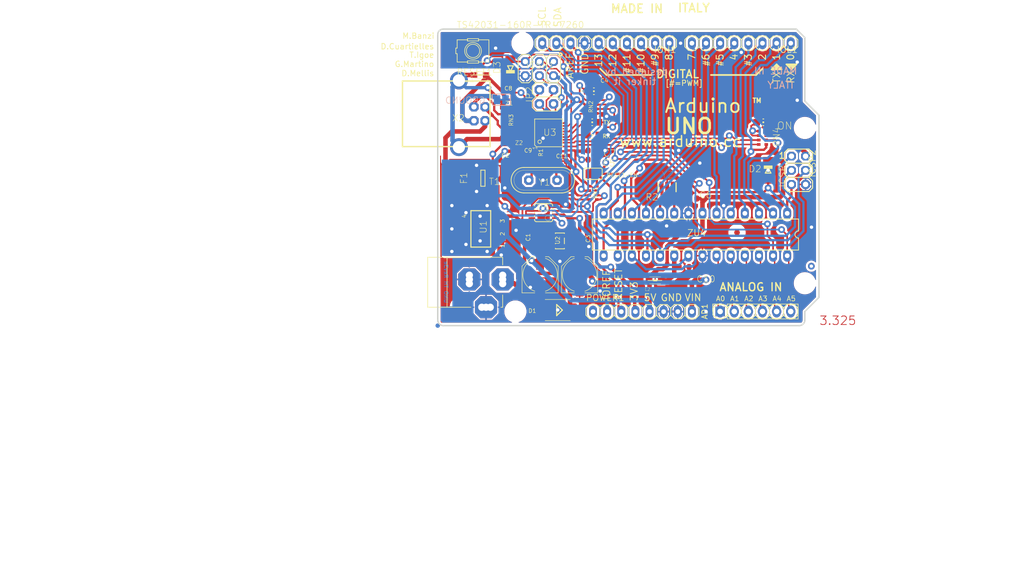
<source format=kicad_pcb>
(kicad_pcb (version 20211014) (generator pcbnew)
  (layers (0 "F.Cu" signal) (31 "B.Cu" signal) (34 "B.Paste" user) (35 "F.Paste" user) (36 "B.SilkS" user "B.Silkscreen") (37 "F.SilkS" user "F.Silkscreen") (38 "B.Mask" user) (39 "F.Mask" user) (44 "Edge.Cuts" user))
  (net 0 "")
  (net 1 "+5V")
  (net 2 "GND")
  (net 3 "AREF")
  (net 4 "RESET")
  (net 5 "VIN")
  (net 6 "M8RXD")
  (net 7 "M8TXD")
  (net 8 "SCK")
  (net 9 "N$3")
  (net 10 "N$35")
  (net 11 "N$36")
  (net 12 "PWRIN")
  (net 13 "D-")
  (net 14 "D+")
  (net 15 "MISO")
  (net 16 "MOSI")
  (net 17 "DTR")
  (net 18 "GATE_CMD")
  (net 19 "CMP")
  (net 20 "USBVCC")
  (net 21 "TP_VUCAP")
  (net 22 "USHIELD")
  (net 23 "UGND")
  (net 24 "XUSB")
  (net 25 "RXLED")
  (net 26 "TXLED")
  (net 27 "AD0")
  (net 28 "AD1")
  (net 29 "AD2")
  (net 30 "AD3")
  (net 31 "AD4/SDA")
  (net 32 "AD5/SCL")
  (net 33 "5-GND")
  (net 34 "N$1")
  (net 35 "L13")
  (net 36 "/AD0")
  (net 37 "/AD1")
  (net 38 "/AD2")
  (net 39 "/AD3")
  (net 40 "/AD4{slash}SDA")
  (net 41 "/AD5{slash}SCL")
  (net 42 "/+3V3")
  (net 43 "/AREF")
  (net 44 "/RESET")
  (net 45 "/DTR")
  (net 46 "/UGND")
  (net 47 "/TP_VUCAP")
  (net 48 "/XT1")
  (net 49 "/AVCC")
  (net 50 "/XT2")
  (net 51 "/PWRIN")
  (net 52 "/VIN")
  (net 53 "/RESET2")
  (net 54 "/XUSB")
  (net 55 "/USBVCC")
  (net 56 "/MOSI2")
  (net 57 "/SCK2")
  (net 58 "/MISO2")
  (net 59 "/MISO")
  (net 60 "/SCK")
  (net 61 "/MOSI")
  (net 62 "/IO8")
  (net 63 "/IO9")
  (net 64 "/SS")
  (net 65 "/IO0")
  (net 66 "/IO1")
  (net 67 "/IO2")
  (net 68 "/IO3")
  (net 69 "/IO4")
  (net 70 "/IO5")
  (net 71 "/IO6")
  (net 72 "/IO7")
  (net 73 "/PB7")
  (net 74 "/PB5")
  (net 75 "/PB6")
  (net 76 "/PB4")
  (net 77 "/USHIELD")
  (net 78 "Net-(L3-PadA)")
  (net 79 "Net-(ON1-PadA)")
  (net 81 "/XTAL2")
  (net 82 "/XTAL1")
  (net 83 "/CMP")
  (net 84 "/L13")
  (net 85 "Net-(RN2-Pad7)")
  (net 86 "Net-(RN2-Pad6)")
  (net 87 "/D-")
  (net 90 "/D+")
  (net 91 "/RD+")
  (net 94 "/RD-")
  (net 95 "/M8TXD")
  (net 96 "/M8RXD")
  (net 97 "/RXLED")
  (net 98 "/GATE_CMD")
  (net 99 "/TXLED")
  (footprint "UNO-TH_Rev3e:C0603-ROUND" (layer "F.Cu") (at 142.1511 87.2236 180)
    (fp_text reference "C4")
    (fp_text value "100n")
  )
  (footprint "UNO-TH_Rev3e:PANASONIC_D" (layer "F.Cu") (at 132.6261 122.5296 90)
    (fp_text reference "PC2" hide)
    (fp_text value "47u")
  )
  (footprint "UNO-TH_Rev3e:R0603-ROUND" (layer "F.Cu") (at 155.4861 108.9406 180)
    (fp_text reference "R2")
    (fp_text value "1M")
  )
  (footprint "UNO-TH_Rev3e:SJ" (layer "F.Cu") (at 142.1511 104.3686)
    (fp_text reference "RESET-EN")
    (fp_text value "")
  )
  (footprint "UNO-TH_Rev3e:SOT23-DBV" (layer "F.Cu") (at 136.1821 116.4336 -90)
    (fp_text reference "U2")
    (fp_text value "LP2985-33DBVR")
  )
  (footprint "UNO-TH_Rev3e:TP-SP" (layer "F.Cu") (at 172.6311 80.8736)
    (fp_text reference "TP_2" hide)
    (fp_text value "TP_SP" hide)
  )
  (footprint "UNO-TH_Rev3e:RESONATOR" (layer "F.Cu") (at 155.4861 106.7816)
    (fp_text reference "Y2")
    (fp_text value "CSTCE16M0V53-R0 16MHZ")
  )
  (footprint "UNO-TH_Rev3e:TP-SP" (layer "F.Cu") (at 135.5471 80.8736)
    (fp_text reference "TP_SDA" hide)
    (fp_text value "TP_SP" hide)
  )
  (footprint "UNO-TH_Rev3e:FIDUCIA-MOUNT" (layer "F.Cu") (at 168.0511 114.9326)
    (fp_text reference "FD2" hide)
    (fp_text value "FIDUCIALMOUNT" hide)
  )
  (footprint "UNO-TH_Rev3e:TP-SP" (layer "F.Cu") (at 154.2161 111.4806)
    (fp_text reference "TP_XT2" hide)
    (fp_text value "TP_SP" hide)
  )
  (footprint "UNO-TH_Rev3e:CHIP-LED0805" (layer "F.Cu") (at 142.1511 95.0976 90)
    (fp_text reference "TX" hide)
    (fp_text value "YELLOW")
  )
  (footprint "UNO-TH_Rev3e:FRAME" (layer "F.Cu") (at 114.2111 131.6736)
    (fp_text reference "FRAME1" hide)
    (fp_text value "DNP" hide)
  )
  (footprint "Connector_PinSocket_2.54mm:PinSocket_1x06_P2.54mm_Vertical" (layer "F.Cu") (at 165.0111 129.1336 90)
    (fp_text reference "AD1")
    (fp_text value "6x1F-H8.5")
  )
  (footprint "UNO-TH_Rev3e:C0603-ROUND" (layer "F.Cu") (at 139.7381 116.3066 90)
    (fp_text reference "C3")
    (fp_text value "1u")
  )
  (footprint "UNO-TH_Rev3e:TP-SP" (layer "F.Cu") (at 129.1971 89.7636)
    (fp_text reference "TP_VUCAP" hide)
    (fp_text value "TP_SP" hide)
  )
  (footprint "UNO-TH_Rev3e:CT_CN0603" (layer "F.Cu") (at 126.9111 98.0186 180)
    (fp_text reference "Z2")
    (fp_text value "CG0603MLC-05E")
  )
  (footprint "UNO-TH_Rev3e:TP-SP" (layer "F.Cu") (at 150.7871 80.8736)
    (fp_text reference "TP_10" hide)
    (fp_text value "TP_SP" hide)
  )
  (footprint "UNO-TH_Rev3e:0805" (layer "F.Cu") (at 121.8311 86.5886 180)
    (fp_text reference "L1")
    (fp_text value "BLM21")
  )
  (footprint "UNO-TH_Rev3e:TP-SP" (layer "F.Cu") (at 133.1341 110.5916)
    (fp_text reference "TP_LCMD" hide)
    (fp_text value "TP_SP" hide)
  )
  (footprint "UNO-TH_Rev3e:TP-SP" (layer "F.Cu") (at 145.7071 80.8736)
    (fp_text reference "TP_12" hide)
    (fp_text value "TP_SP" hide)
  )
  (footprint "UNO-TH_Rev3e:TP-SP" (layer "F.Cu") (at 148.2471 80.8736)
    (fp_text reference "TP_11" hide)
    (fp_text value "TP_SP" hide)
  )
  (footprint "UNO-TH_Rev3e:C0603-ROUND" (layer "F.Cu") (at 132.6261 116.3066 -90)
    (fp_text reference "C1")
    (fp_text value "100n")
  )
  (footprint "UNO-TH_Rev3e:C0603-ROUND" (layer "F.Cu") (at 142.1511 100.1776)
    (fp_text reference "C7")
    (fp_text value "100n")
  )
  (footprint "UNO-TH_Rev3e:TP-SP" (layer "F.Cu") (at 165.0111 129.1336)
    (fp_text reference "TP_A0" hide)
    (fp_text value "TP_SP" hide)
  )
  (footprint "UNO-TH_Rev3e:C0603-ROUND" (layer "F.Cu") (at 126.2761 101.8286 180)
    (fp_text reference "C2")
    (fp_text value "100n")
  )
  (footprint "UNO-TH_Rev3e:PN61729" (layer "F.Cu") (at 118.0211 93.5736 -90)
    (fp_text reference "X2")
    (fp_text value "USB-B_TH")
  )
  (footprint "UNO-TH_Rev3e:TP-SP" (layer "F.Cu") (at 122.7201 94.8436)
    (fp_text reference "TP_XUSB" hide)
    (fp_text value "TP_SP" hide)
  )
  (footprint "UNO-TH_Rev3e:1X08" (layer "F.Cu") (at 168.8211 80.8736 180)
    (fp_text reference "IOL1")
    (fp_text value "8x1F-H8.5")
  )
  (footprint "UNO-TH_Rev3e:TP-SP" (layer "F.Cu") (at 170.0911 80.8736)
    (fp_text reference "TP_3" hide)
    (fp_text value "TP_SP" hide)
  )
  (footprint "UNO-TH_Rev3e:CHIP-LED0805" (layer "F.Cu") (at 142.1511 97.3836 90)
    (fp_text reference "RX" hide)
    (fp_text value "YELLOW")
  )
  (footprint "UNO-TH_Rev3e:TP-SP" (layer "F.Cu") (at 145.5801 95.9866)
    (fp_text reference "TP_RXL" hide)
    (fp_text value "TP_SP" hide)
  )
  (footprint "UNO-TH_Rev3e:TP-SP" (layer "F.Cu") (at 132.4991 84.1756)
    (fp_text reference "TP_SCK2" hide)
    (fp_text value "TP_SP" hide)
  )
  (footprint "UNO-TH_Rev3e:TP-SP" (layer "F.Cu") (at 133.0071 80.8736)
    (fp_text reference "TP_SCL" hide)
    (fp_text value "TP_SP" hide)
  )
  (footprint "UNO-TH_Rev3e:MSOP08" (layer "F.Cu") (at 133.2611 111.3536 90)
    (fp_text reference "U5")
    (fp_text value "LMV358IDGKR")
  )
  (footprint "UNO-TH_Rev3e:TP-SP" (layer "F.Cu") (at 120.1801 94.8436)
    (fp_text reference "TP_UGND" hide)
    (fp_text value "TP_SP" hide)
  )
  (footprint "UNO-TH_Rev3e:TP-SP" (layer "F.Cu") (at 130.5941 105.5116)
    (fp_text reference "TP_XT3" hide)
    (fp_text value "TP_SP" hide)
  )
  (footprint "UNO-TH_Rev3e:FIDUCIA-MOUNT" (layer "F.Cu") (at 117.9411 128.2636)
    (fp_text reference "FD3" hide)
    (fp_text value "FIDUCIALMOUNT" hide)
  )
  (footprint "UNO-TH_Rev3e:TP-SP" (layer "F.Cu") (at 167.5511 80.8736)
    (fp_text reference "TP_4" hide)
    (fp_text value "TP_SP" hide)
  )
  (footprint "UNO-TH_Rev3e:TP-SP" (layer "F.Cu") (at 135.0391 84.1756)
    (fp_text reference "TP_MISO2" hide)
    (fp_text value "TP_SP" hide)
  )
  (footprint "UNO-TH_Rev3e:TP-SP" (layer "F.Cu") (at 145.5801 92.9386)
    (fp_text reference "TP_TXL" hide)
    (fp_text value "TP_SP" hide)
  )
  (footprint "UNO-TH_Rev3e:TP-SP" (layer "F.Cu") (at 177.7111 80.8736)
    (fp_text reference "TP_0" hide)
    (fp_text value "TP_SP" hide)
  )
  (footprint "UNO-TH_Rev3e:TP-SP" (layer "F.Cu") (at 152.3111 129.1336)
    (fp_text reference "TP_5V" hide)
    (fp_text value "TP_SP" hide)
  )
  (footprint "UNO-TH_Rev3e:MINIMELF" (layer "F.Cu") (at 173.6471 103.7336 -90)
    (fp_text reference "D2")
    (fp_text value "CD1206-S01575")
  )
  (footprint "UNO-TH_Rev3e:TP-SP" (layer "F.Cu") (at 139.7381 88.4936)
    (fp_text reference "TP_LL" hide)
    (fp_text value "TP_SP" hide)
  )
  (footprint "UNO-TH_Rev3e:CAY16" (layer "F.Cu") (at 172.6311 97.8916 90)
    (fp_text reference "RN4")
    (fp_text value "1K")
  )
  (footprint "UNO-TH_Rev3e:TP-SP" (layer "F.Cu") (at 138.0871 80.8736)
    (fp_text reference "TP_AREF" hide)
    (fp_text value "TP_SP" hide)
  )
  (footprint "UNO-TH_Rev3e:TP-SP" (layer "F.Cu") (at 167.5511 129.1336)
    (fp_text reference "TP_A1" hide)
    (fp_text value "TP_SP" hide)
  )
  (footprint "UNO-TH_Rev3e:TP-SP" (layer "F.Cu") (at 140.6271 80.8736)
    (fp_text reference "GND_TP1" hide)
    (fp_text value "TP_SP" hide)
  )
  (footprint "UNO-TH_Rev3e:R0603-ROUND" (layer "F.Cu") (at 133.2611 102.0826)
    (fp_text reference "R1")
    (fp_text value "1M")
  )
  (footprint "UNO-TH_Rev3e:0805" (layer "F.Cu") (at 153.3271 123.5456)
    (fp_text reference "L2")
    (fp_text value "10uH")
  )
  (footprint "UNO-TH_Rev3e:TP-SP" (layer "F.Cu") (at 135.0391 89.2556)
    (fp_text reference "TP_PB5" hide)
    (fp_text value "TP_SP" hide)
  )
  (footprint "UNO-TH_Rev3e:TP-SP" (layer "F.Cu") (at 114.2111 131.6736)
    (fp_text reference "ORIGIN" hide)
    (fp_text value "TP_SP" hide)
  )
  (footprint "UNO-TH_Rev3e:C0603-ROUND" (layer "F.Cu") (at 159.9311 108.8136)
    (fp_text reference "C6")
    (fp_text value "100n")
  )
  (footprint "UNO-TH_Rev3e:TP-SP" (layer "F.Cu") (at 132.4991 91.7956)
    (fp_text reference "TP_PB6" hide)
    (fp_text value "TP_SP" hide)
  )
  (footprint "UNO-TH_Rev3e:TP-SP" (layer "F.Cu") (at 159.9311 80.8736)
    (fp_text reference "TP_7" hide)
    (fp_text value "TP_SP" hide)
  )
  (footprint "UNO-TH_Rev3e:TP-SP" (layer "F.Cu") (at 166.6621 97.5106)
    (fp_text reference "TP_RX" hide)
    (fp_text value "TP_SP" hide)
  )
  (footprint "UNO-TH_Rev3e:C0603-ROUND" (layer "F.Cu") (at 142.1511 101.8286)
    (fp_text reference "C5")
    (fp_text value "100n")
  )
  (footprint "UNO-TH_Rev3e:2X02" (layer "F.Cu") (at 133.7691 90.5256 90)
    (fp_text reference "JP2")
    (fp_text value "2x2 M - NM")
  )
  (footprint "UNO-TH_Rev3e:TP-SP" (layer "F.Cu") (at 132.4991 86.7156)
    (fp_text reference "TP_MOSI2" hide)
    (fp_text value "TP_SP" hide)
  )
  (footprint "UNO-TH_Rev3e:TP-SP" (layer "F.Cu") (at 132.4991 89.2556)
    (fp_text reference "TP_PB7" hide)
    (fp_text value "TP_SP" hide)
  )
  (footprint "UNO-TH_Rev3e:TP-SP" (layer "F.Cu") (at 140.1191 101.8286)
    (fp_text reference "TP_DTR" hide)
    (fp_text value "TP_SP" hide)
  )
  (footprint "UNO-TH_Rev3e:TP-SP" (layer "F.Cu") (at 155.8671 80.8736)
    (fp_text reference "TP_8" hide)
    (fp_text value "TP_SP" hide)
  )
  (footprint "UNO-TH_Rev3e:C0603-ROUND" (layer "F.Cu") (at 130.2131 102.0826 180)
    (fp_text reference "C9")
    (fp_text value "22p")
  )
  (footprint "UNO-TH_Rev3e:CAY16" (layer "F.Cu") (at 142.1511 92.3036 -90)
    (fp_text reference "RN2")
    (fp_text value "1K")
  )
  (footprint "UNO-TH_Rev3e:TP-SP" (layer "F.Cu") (at 135.6741 105.5116)
    (fp_text reference "TP_XT4" hide)
    (fp_text value "TP_SP" hide)
  )
  (footprint "" (layer "F.Cu") (at 129.4511 80.8736)
    (fp_text reference "@HOLE2" hide)
    (fp_text value "")
  )
  (footprint "UNO-TH_Rev3e:1X10" (layer "F.Cu") (at 144.4371 80.8736 180)
    (fp_text reference "IOH1")
    (fp_text value "10x1F-H8.5")
  )
  (footprint "UNO-TH_Rev3e:TP-SP" (layer "F.Cu") (at 123.2281 88.8746)
    (fp_text reference "TP_USH" hide)
    (fp_text value "TP_SP" hide)
  )
  (footprint "UNO-TH_Rev3e:1X06" (layer "F.Cu") (at 171.3611 129.1336)
    (fp_text reference "AD" hide)
    (fp_text value "6x1F-H8.5")
  )
  (footprint "" (layer "F.Cu") (at 180.2511 124.0536)
    (fp_text reference "@HOLE1" hide)
    (fp_text value "")
  )
  (footprint "UNO-TH_Rev3e:TP-SP" (layer "F.Cu") (at 122.7201 92.3036)
    (fp_text reference "TP_D-" hide)
    (fp_text value "TP_SP" hide)
  )
  (footprint "" (layer "F.Cu") (at 180.2511 96.1136)
    (fp_text reference "@HOLE0" hide)
    (fp_text value "")
  )
  (footprint "UNO-TH_Rev3e:SOT223" (layer "F.Cu") (at 121.9581 114.2746 90)
    (fp_text reference "U1")
    (fp_text value "NCP1117ST50T3G")
  )
  (footprint "UNO-TH_Rev3e:DIL28-3" (layer "F.Cu") (at 160.5661 115.2906 180)
    (fp_text reference "ZU4")
    (fp_text value "ATMEGA328P-PU")
  )
  (footprint "" (layer "F.Cu") (at 128.1811 129.1336)
    (fp_text reference "@HOLE3" hide)
    (fp_text value "")
  )
  (footprint "UNO-TH_Rev3e:TP-SP" (layer "F.Cu") (at 159.9311 129.1336)
    (fp_text reference "TP_VIN" hide)
    (fp_text value "TP_SP" hide)
  )
  (footprint "UNO-TH_Rev3e:POWERSUPPLY_DC-21MM" (layer "F.Cu") (at 119.5451 123.2916 90)
    (fp_text reference "X1" hide)
    (fp_text value "POWERSUPPLY_DC21MMX")
  )
  (footprint "UNO-TH_Rev3e:2X03" (layer "F.Cu") (at 179.11 103.74 -90)
    (fp_text reference "ICSP2")
    (fp_text value "3x2 M")
  )
  (footprint "UNO-TH_Rev3e:TP-SP" (layer "F.Cu") (at 127.4191 123.4186)
    (fp_text reference "TP_PWRIN" hide)
    (fp_text value "TP_SP" hide)
  )
  (footprint "UNO-TH_Rev3e:TP-SP" (layer "F.Cu") (at 175.1711 129.1336)
    (fp_text reference "TP_A4" hide)
    (fp_text value "TP_SP" hide)
  )
  (footprint "UNO-TH_Rev3e:TP-SP" (layer "F.Cu") (at 129.9591 84.1756)
    (fp_text reference "TP_RESET2" hide)
    (fp_text value "TP_SP" hide)
  )
  (footprint "UNO-TH_Rev3e:MINIMELF" (layer "F.Cu") (at 127.2921 85.4456 90)
    (fp_text reference "D3")
    (fp_text value "CD1206-S01575")
  )
  (footprint "UNO-TH_Rev3e:TP-SP" (layer "F.Cu") (at 162.4711 80.8736)
    (fp_text reference "TP_6" hide)
    (fp_text value "TP_SP" hide)
  )
  (footprint "UNO-TH_Rev3e:CT_CN0603" (layer "F.Cu") (at 126.9111 92.3036 180)
    (fp_text reference "Z1")
    (fp_text value "CG0603MLC-05E")
  )
  (footprint "UNO-TH_Rev3e:TP-SP" (layer "F.Cu") (at 126.2761 110.2106)
    (fp_text reference "TP_GATE" hide)
    (fp_text value "TP_SP" hide)
  )
  (footprint "UNO-TH_Rev3e:CAY16" (layer "F.Cu") (at 142.1511 107.7976 90)
    (fp_text reference "RN1")
    (fp_text value "10K")
  )
  (footprint "UNO-TH_Rev3e:TP-SP" (layer "F.Cu") (at 165.0111 80.8736)
    (fp_text reference "TP_5" hide)
    (fp_text value "TP_SP" hide)
  )
  (footprint "UNO-TH_Rev3e:2X03" (layer "F.Cu") (at 132.4991 85.4456 180)
    (fp_text reference "ICSP1")
    (fp_text value "3x2 M")
  )
  (footprint "UNO-TH_Rev3e:L1812" (layer "F.Cu") (at 118.2751 105.1306 90)
    (fp_text reference "F1")
    (fp_text value "MF-MSMF050-2 500mA")
  )
  (footprint "UNO-TH_Rev3e:TP-SP" (layer "F.Cu") (at 153.3271 80.8736)
    (fp_text reference "TP_9" hide)
    (fp_text value "TP_SP" hide)
  )
  (footprint "UNO-TH_Rev3e:TP-SP" (layer "F.Cu") (at 144.1831 108.3056)
    (fp_text reference "TP_CMP" hide)
    (fp_text value "TP_SP" hide)
  )
  (footprint "UNO-TH_Rev3e:TP-SP" (layer "F.Cu") (at 157.3911 129.1336)
    (fp_text reference "GND_TP" hide)
    (fp_text value "TP_SP" hide)
  )
  (footprint "UNO-TH_Rev3e:TP-SP" (layer "F.Cu") (at 175.1711 80.8736)
    (fp_text reference "TP_1" hide)
    (fp_text value "TP_SP" hide)
  )
  (footprint "UNO-TH_Rev3e:TP-SP" (layer "F.Cu") (at 177.7111 129.1336)
    (fp_text reference "TP_A5" hide)
    (fp_text value "TP_SP" hide)
  )
  (footprint "UNO-TH_Rev3e:TP-SP" (layer "F.Cu") (at 172.6311 129.1336)
    (fp_text reference "TP_A3" hide)
    (fp_text value "TP_SP" hide)
  )
  (footprint "UNO-TH_Rev3e:C0603-ROUND" (layer "F.Cu") (at 126.9111 89.7636 180)
    (fp_text reference "C8")
    (fp_text value "1u")
  )
  (footprint "UNO-TH_Rev3e:CHIP-LED0805" (layer "F.Cu") (at 142.1511 89.5096 -90)
    (fp_text reference "L")
    (fp_text value "YELLOW")
  )
  (footprint "UNO-TH_Rev3e:TP-SP" (layer "F.Cu") (at 165.2651 99.6696)
    (fp_text reference "TP_TX" hide)
    (fp_text value "TP_SP" hide)
  )
  (footprint "UNO-TH_Rev3e:SMB" (layer "F.Cu") (at 135.8011 128.8796 180)
    (fp_text reference "D1")
    (fp_text value "M7")
  )
  (footprint "UNO-TH_Rev3e:FIDUCIA-MOUNT" (layer "F.Cu") (at 120.5611 81.7626)
    (fp_text reference "FD1" hide)
    (fp_text value "FIDUCIALMOUNT" hide)
  )
  (footprint "UNO-TH_Rev3e:TP-SP" (layer "F.Cu") (at 120.1801 92.3036)
    (fp_text reference "TP_D+" hide)
    (fp_text value "TP_SP" hide)
  )
  (footprint "UNO-TH_Rev3e:QS" (layer "F.Cu") (at 133.1341 105.5116 180)
    (fp_text reference "Y1")
    (fp_text value "16MHz")
  )
  (footprint "UNO-TH_Rev3e:TP-SP" (layer "F.Cu") (at 170.0911 129.1336)
    (fp_text reference "TP_A2" hide)
    (fp_text value "TP_SP" hide)
  )
  (footprint "UNO-TH_Rev3e:TP-SP" (layer "F.Cu") (at 135.0391 91.7956)
    (fp_text reference "TP_PB4" hide)
    (fp_text value "TP_SP" hide)
  )
  (footprint "UNO-TH_Rev3e:TP-SP" (layer "F.Cu") (at 124.1171 100.8126)
    (fp_text reference "TP_USBVCC" hide)
    (fp_text value "TP_SP" hide)
  )
  (footprint "UNO-TH_Rev3e:2X03" (layer "F.Cu") (at 179.1081 103.7336 -90)
    (fp_text reference "ICSP")
    (fp_text value "3x2 M")
  )
  (footprint "UNO-TH_Rev3e:TP-SP" (layer "F.Cu") (at 147.2311 129.1336)
    (fp_text reference "TP_RESET" hide)
    (fp_text value "TP_SP" hide)
  )
  (footprint "UNO-TH_Rev3e:1X08" (layer "F.Cu") (at 151.04 129.16)
    (fp_text reference "POWER1")
    (fp_text value "8x1F-H8.5")
  )
  (footprint "UNO-TH_Rev3e:TP-SP" (layer "F.Cu") (at 156.7561 111.4806)
    (fp_text reference "TP_XT1" hide)
    (fp_text value "TP_SP" hide)
  )
  (footprint "UNO-TH_Rev3e:TP-SP" (layer "F.Cu") (at 180.3781 101.1936)
    (fp_text reference "TP_5V1" hide)
    (fp_text value "TP_SP" hide)
  )
  (footprint "UNO-TH_Rev3e:TS42" (layer "F.Cu") (at 120.56 82.26)
    (fp_text reference "RESET1")
    (fp_text value "TS42031-160R-TR-7260")
  )
  (footprint "UNO-TH_Rev3e:C0603-ROUND" (layer "F.Cu") (at 136.4361 102.0826)
    (fp_text reference "C11")
    (fp_text value "22p")
  )
  (footprint "UNO-TH_Rev3e:TP-SP" (layer "F.Cu") (at 143.1671 80.8736)
    (fp_text reference "TP_13" hide)
    (fp_text value "TP_SP" hide)
  )
  (footprint "UNO-TH_Rev3e:MLF32" (layer "F.Cu") (at 134.1501 97.0026 90)
    (fp_text reference "U3")
    (fp_text value "ATMEGA16U2-MU(R)" hide)
  )
  (footprint "UNO-TH_Rev3e:TP-SP" (layer "F.Cu") (at 170.8531 96.6216)
    (fp_text reference "TP_ONL" hide)
    (fp_text value "TP_SP" hide)
  )
  (footprint "UNO-TH_Rev3e:PANASONIC_D" (layer "F.Cu") (at 139.7381 122.5296 90)
    (fp_text reference "PC1" hide)
    (fp_text value "47u")
  )
  (footprint "UNO-TH_Rev3e:C0603-ROUND" (layer "F.Cu") (at 158.5341 121.1326 180)
    (fp_text reference "C10")
    (fp_text value "100n")
  )
  (footprint "UNO-TH_Rev3e:CAY16" (layer "F.Cu") (at 127.0381 94.8436 90)
    (fp_text reference "RN3")
    (fp_text value "22R")
  )
  (footprint "UNO-TH_Rev3e:SOT-23" (layer "F.Cu") (at 122.3391 105.1306 -90)
    (fp_text reference "T1")
    (fp_text value "FDN340P")
  )
  (footprint "UNO-TH_Rev3e:CHIP-LED0805" (layer "F.Cu") (at 172.6311 95.0976 -90)
    (fp_text reference "ON")
    (fp_text value "GREEN")
  )
  (footprint "UNO-TH_Rev3e:TP-SP" (layer "F.Cu") (at 149.7711 129.1336)
    (fp_text reference "TP_3V3" hide)
    (fp_text value "TP_SP" hide)
  )
  (footprint "UNO-TH_Rev3e:SJ" (layer "B.Cu") (at 125.6411 91.0336 180)
    (fp_text reference "GROUND")
    (fp_text value "")
  )
  (gr_line (start 177.3301 84.8106) (end 178.3461 84.8106) (layer "F.SilkS") (width 0.3048))
  (gr_circle (center 136.3091 82.9056) (end 136.5631 82.9056) (layer "F.SilkS") (width 0.254) (fill none))
  (gr_line (start 152.6921 86.5886) (end 144.5641 86.5886) (layer "F.SilkS") (width 0.3048))
  (gr_line (start 177.8381 85.3186) (end 177.4571 84.9376) (layer "F.SilkS") (width 0.3048))
  (gr_line (start 178.3461 84.8106) (end 177.8381 85.3186) (layer "F.SilkS") (width 0.3048))
  (gr_line (start 177.8381 85.0646) (end 177.8381 85.1916) (layer "F.SilkS") (width 0.3048))
  (gr_line (start 174.6631 85.4456) (end 175.1711 84.9376) (layer "F.SilkS") (width 0.3048))
  (gr_line (start 178.7271 84.6836) (end 176.9491 84.6836) (layer "F.SilkS") (width 0.3048))
  (gr_line (start 177.4571 84.9376) (end 177.9651 84.9376) (layer "F.SilkS") (width 0.3048))
  (gr_line (start 176.0601 85.5726) (end 175.1711 84.6836) (layer "F.SilkS") (width 0.3048))
  (gr_line (start 174.9171 85.4456) (end 175.2981 85.1916) (layer "F.SilkS") (width 0.3048))
  (gr_line (start 175.1711 84.9376) (end 175.6791 85.4456) (layer "F.SilkS") (width 0.3048))
  (gr_line (start 171.4881 86.5886) (end 163.3601 86.5886) (layer "F.SilkS") (width 0.3048))
  (gr_line (start 174.2821 85.5726) (end 176.0601 85.5726) (layer "F.SilkS") (width 0.3048))
  (gr_line (start 175.1711 84.6836) (end 174.2821 85.5726) (layer "F.SilkS") (width 0.3048))
  (gr_line (start 172.6311 85.4456) (end 171.4881 86.5886) (layer "F.SilkS") (width 0.3048))
  (gr_line (start 176.9491 84.6836) (end 177.8381 85.5726) (layer "F.SilkS") (width 0.3048))
  (gr_line (start 175.6791 85.4456) (end 174.9171 85.4456) (layer "F.SilkS") (width 0.3048))
  (gr_line (start 144.5641 86.5886) (end 143.4211 85.4456) (layer "F.SilkS") (width 0.3048))
  (gr_line (start 177.8381 85.5726) (end 178.7271 84.6836) (layer "F.SilkS") (width 0.3048))
  (gr_line (start 180.2511 129.1336) (end 180.2511 130.6736) (layer "Edge.Cuts") (width 0.254))
  (gr_line (start 114.2111 130.6736) (end 114.2111 79.3336) (layer "Edge.Cuts") (width 0.254))
  (gr_arc (start 115.2111 131.6736) (mid 114.503993 131.380707) (end 114.2111 130.6736) (layer "Edge.Cuts") (width 0.254))
  (gr_arc (start 114.2111 79.3336) (mid 114.503993 78.626493) (end 115.2111 78.3336) (layer "Edge.Cuts") (width 0.254))
  (gr_line (start 182.7911 126.5936) (end 180.2511 129.1336) (layer "Edge.Cuts") (width 0.254))
  (gr_line (start 115.2111 78.3336) (end 178.7271 78.3336) (layer "Edge.Cuts") (width 0.254))
  (gr_line (start 178.7271 78.3336) (end 180.2511 79.8576) (layer "Edge.Cuts") (width 0.254))
  (gr_line (start 180.2511 91.2876) (end 182.7911 93.8276) (layer "Edge.Cuts") (width 0.254))
  (gr_line (start 180.2511 79.8576) (end 180.2511 91.2876) (layer "Edge.Cuts") (width 0.254))
  (gr_line (start 179.2511 131.6736) (end 115.2111 131.6736) (layer "Edge.Cuts") (width 0.254))
  (gr_arc (start 180.2511 130.6736) (mid 179.958207 131.380707) (end 179.2511 131.6736) (layer "Edge.Cuts") (width 0.254))
  (gr_line (start 182.7911 93.8276) (end 182.7911 126.5936) (layer "Edge.Cuts") (width 0.254))
  (gr_text "3.325" (at 182.7911 131.6736) (layer "F.Cu") (effects (font (size 1.542288 1.542288) (thickness 0.134112)) (justify left bottom)))
  (gr_text "UNO TH Rev3e" (at 116.1161 119.9896 -90) (layer "B.Cu") (effects (font (size 0.69088 0.69088) (thickness 0.12192)) (justify right top mirror)))
  (gr_text "MADE IN" (at 178.9811 86.5886) (layer "B.SilkS") (effects (font (size 1.251712 1.251712) (thickness 0.170688)) (justify left bottom mirror)))
  (gr_text "ITALY" (at 178.3461 89.1286) (layer "B.SilkS") (effects (font (size 1.251712 1.251712) (thickness 0.170688)) (justify left bottom mirror)))
  (gr_text "tinker it" (at 153.5811 88.4936) (layer "B.SilkS") (effects (font (size 1.251712 1.251712) (thickness 0.170688)) (justify left bottom mirror)))
  (gr_text "designed by" (at 155.7401 86.7156) (layer "B.SilkS") (effects (font (size 1.251712 1.251712) (thickness 0.170688)) (justify left bottom mirror)))
  (gr_text "ITALY" (at 157.2641 75.4126) (layer "F.SilkS") (effects (font (size 1.5113 1.5113) (thickness 0.2667)) (justify left bottom)))
  (gr_text "0" (at 176.9491 82.6516 90) (layer "F.SilkS") (effects (font (size 1.251712 1.251712) (thickness 0.170688)) (justify right top)))
  (gr_text "A1" (at 166.7397 127.3434) (layer "F.SilkS") (effects (font (size 0.89408 0.89408) (thickness 0.12192)) (justify left bottom)))
  (gr_text "Arduino" (at 154.8511 93.5736) (layer "F.SilkS") (effects (font (size 2.45872 2.45872) (thickness 0.33528)) (justify left bottom)))
  (gr_text "www.arduino.cc" (at 146.7231 99.6696) (layer "F.SilkS") (effects (font (size 1.922272 1.922272) (thickness 0.262128)) (justify left bottom)))
  (gr_text "#" (at 151.4221 86.3346 90) (layer "F.SilkS") (effects (font (size 0.972312 0.972312) (thickness 0.145288)) (justify left bottom)))
  (gr_text "A3" (at 171.8197 127.3434) (layer "F.SilkS") (effects (font (size 0.89408 0.89408) (thickness 0.12192)) (justify left bottom)))
  (gr_text "GND" (at 139.8841 82.5368 90) (layer "F.SilkS") (effects (font (size 1.28016 1.28016) (thickness 0.14224)) (justify right top)))
  (gr_text "12" (at 144.9451 82.6516 90) (layer "F.SilkS") (effects (font (size 1.251712 1.251712) (thickness 0.170688)) (justify right top)))
  (gr_text "RESET" (at 147.4851 127.2286 90) (layer "F.SilkS") (effects (font (size 1.28016 1.28016) (thickness 0.14224)) (justify left bottom)))
  (gr_text "VIN" (at 158.5341 127.3556) (layer "F.SilkS") (effects (font (size 1.251712 1.251712) (thickness 0.170688)) (justify left bottom)))
  (gr_text "#" (at 163.1061 85.0646 90) (layer "F.SilkS") (effects (font (size 0.972312 0.972312) (thickness 0.145288)) (justify left bottom)))
  (gr_text "A2" (at 169.2797 127.3434) (layer "F.SilkS") (effects (font (size 0.89408 0.89408) (thickness 0.12192)) (justify left bottom)))
  (gr_text "1" (at 175.4575 101.7292) (layer "F.SilkS") (effects (font (size 1.0795 1.0795) (thickness 0.1905)) (justify left bottom)))
  (gr_text "GND" (at 154.2245 127.3688) (layer "F.SilkS") (effects (font (size 1.251712 1.251712) (thickness 0.170688)) (justify left bottom)))
  (gr_text "SCL" (at 133.7393 77.9658 90) (layer "F.SilkS") (effects (font (size 1.28016 1.28016) (thickness 0.14224)) (justify left bottom)))
  (gr_text "D.Cuartielles" (at 113.6269 80.8736) (layer "F.SilkS") (effects (font (size 1.00584 1.00584) (thickness 0.13716)) (justify right top)))
  (gr_text "D.Mellis" (at 113.6269 85.6996) (layer "F.SilkS") (effects (font (size 1.00584 1.00584) (thickness 0.13716)) (justify right top)))
  (gr_text "IOREF" (at 145.3261 127.2286 90) (layer "F.SilkS") (effects (font (size 1.28016 1.28016) (thickness 0.14224)) (justify left bottom)))
  (gr_text "G.Martino" (at 113.6269 84.0486) (layer "F.SilkS") (effects (font (size 1.00584 1.00584) (thickness 0.13716)) (justify right top)))
  (gr_text "10" (at 150.0251 82.6516 90) (layer "F.SilkS") (effects (font (size 1.251712 1.251712) (thickness 0.170688)) (justify right top)))
  (gr_text "3" (at 169.3291 82.6516 90) (layer "F.SilkS") (effects (font (size 1.251712 1.251712) (thickness 0.170688)) (justify right top)))
  (gr_text "TM" (at 170.7261 91.6686) (layer "F.SilkS") (effects (font (size 0.8128 0.8128) (thickness 0.2032)) (justify left bottom)))
  (gr_text "5V" (at 151.1681 127.3556) (layer "F.SilkS") (effects (font (size 1.251712 1.251712) (thickness 0.170688)) (justify left bottom)))
  (gr_text "A5" (at 176.8997 127.3434) (layer "F.SilkS") (effects (font (size 0.89408 0.89408) (thickness 0.12192)) (justify left bottom)))
  (gr_text "5" (at 164.2491 82.6516 90) (layer "F.SilkS") (effects (font (size 1.251712 1.251712) (thickness 0.170688)) (justify right top)))
  (gr_text "M.Banzi" (at 113.7031 78.9686) (layer "F.SilkS") (effects (font (size 1.00584 1.00584) (thickness 0.13716)) (justify right top)))
  (gr_text "UNO" (at 154.8511 97.3836) (layer "F.SilkS") (effects (font (size 2.69875 2.69875) (thickness 0.47625)) (justify left bottom)))
  (gr_text "SDA" (at 136.5333 78.0928 90) (layer "F.SilkS") (effects (font (size 1.28016 1.28016) (thickness 0.14224)) (justify left bottom)))
  (gr_text "1" (at 174.4091 82.6516 90) (layer "F.SilkS") (effects (font (size 1.251712 1.251712) (thickness 0.170688)) (justify right top)))
  (gr_text "T.Igoe" (at 113.6269 82.3976) (layer "F.SilkS") (effects (font (size 1.00584 1.00584) (thickness 0.13716)) (justify right top)))
  (gr_text "TX" (at 175.9287 88.2274 90) (layer "F.SilkS") (effects (font (size 1.28016 1.28016) (thickness 0.14224)) (justify left bottom)))
  (gr_text "DIGITAL" (at 153.3635 87.2594) (layer "F.SilkS") (effects (font (size 1.42494 1.42494) (thickness 0.25146)) (justify left bottom)))
  (gr_text "ANALOG IN" (at 164.7571 125.5776) (layer "F.SilkS") (effects (font (size 1.42494 1.42494) (thickness 0.25146)) (justify left bottom)))
  (gr_text "#" (at 170.5991 85.0646 90) (layer "F.SilkS") (effects (font (size 0.972312 0.972312) (thickness 0.145288)) (justify left bottom)))
  (gr_text "13" (at 142.4051 82.6516 90) (layer "F.SilkS") (effects (font (size 1.251712 1.251712) (thickness 0.170688)) (justify right top)))
  (gr_text "11" (at 147.4851 82.6516 90) (layer "F.SilkS") (effects (font (size 1.251712 1.251712) (thickness 0.170688)) (justify right top)))
  (gr_text "7" (at 159.1691 82.6516 90) (layer "F.SilkS") (effects (font (size 1.251712 1.251712) (thickness 0.170688)) (justify right top)))
  (gr_text "RX" (at 143.8021 98.0186) (layer "F.SilkS") (effects (font (size 0.69088 0.69088) (thickness 0.12192)) (justify left bottom)))
  (gr_text "6" (at 161.7091 82.6516 90) (layer "F.SilkS") (effects (font (size 1.251712 1.251712) (thickness 0.170688)) (justify right top)))
  (gr_text "2" (at 171.8691 82.6516 90) (layer "F.SilkS") (effects (font (size 1.251712 1.251712) (thickness 0.170688)) (justify right top)))
  (gr_text "AREF" (at 137.2279 82.5114 90) (layer "F.SilkS") (effects (font (size 1.28016 1.28016) (thickness 0.14224)) (justify right top)))
  (gr_text "#" (at 165.5191 85.0646 90) (layer "F.SilkS") (effects (font (size 0.972312 0.972312) (thickness 0.145288)) (justify left bottom)))
  (gr_text "A0" (at 164.1997 127.3434) (layer "F.SilkS") (effects (font (size 0.89408 0.89408) (thickness 0.12192)) (justify left bottom)))
  (gr_text "MADE IN" (at 145.1991 75.5396) (layer "F.SilkS") (effects (font (size 1.5113 1.5113) (thickness 0.2667)) (justify left bottom)))
  (gr_text "4" (at 166.7891 82.6516 90) (layer "F.SilkS") (effects (font (size 1.251712 1.251712) (thickness 0.170688)) (justify right top)))
  (gr_text "3V3" (at 150.2791 127.3556 90) (layer "F.SilkS") (effects (font (size 1.28016 1.28016) (thickness 0.14224)) (justify left bottom)))
  (gr_text "8" (at 155.1051 82.6516 90) (layer "F.SilkS") (effects (font (size 1.251712 1.251712) (thickness 0.170688)) (justify right top)))
  (gr_text "[#=PWM]" (at 155.1051 88.6206) (layer "F.SilkS") (effects (font (size 0.972312 0.972312) (thickness 0.145288)) (justify left bottom)))
  (gr_text "#" (at 148.8821 86.3346 90) (layer "F.SilkS") (effects (font (size 0.972312 0.972312) (thickness 0.145288)) (justify left bottom)))
  (gr_text "RX" (at 178.4731 88.2396 90) (layer "F.SilkS") (effects (font (size 1.28016 1.28016) (thickness 0.14224)) (justify left bottom)))
  (gr_text "#" (at 153.8351 85.0646 90) (layer "F.SilkS") (effects (font (size 0.972312 0.972312) (thickness 0.145288)) (justify left bottom)))
  (gr_text "A4" (at 174.3597 127.3434) (layer "F.SilkS") (effects (font (size 0.89408 0.89408) (thickness 0.12192)) (justify left bottom)))
  (gr_text "TX" (at 145.3261 94.7166) (layer "F.SilkS") (effects (font (size 0.69088 0.69088) (thickness 0.12192)) (justify right top)))
  (gr_text "9" (at 152.5651 82.6516 90) (layer "F.SilkS") (effects (font (size 1.251712 1.251712) (thickness 0.170688)) (justify right top)))
  (via (at 181.4195 120.9802) (size 1.2192) (drill 0.6096) (layers "F.Cu" "B.Cu") (net 0))
  (segment (start 176.3141 102.2096) (end 176.1381 102.0336) (width 0.8128) (layer "F.Cu") (net 1))
  (segment (start 131.2291 99.1616) (end 131.6381 98.7526) (width 0.3048) (layer "F.Cu") (net 1))
  (segment (start 153.8351 121.5136) (end 152.3111 122.9106) (width 0.8128) (layer "F.Cu") (net 1))
  (segment (start 137.0984 100.3046) (end 134.1501 100.3046) (width 0.4064) (layer "F.Cu") (net 1))
  (segment (start 138.8491 100.1639) (end 137.2391 100.1639) (width 0.4064) (layer "F.Cu") (net 1))
  (segment (start 133.9001 99.9276) (end 133.9001 99.4526) (width 0.2794) (layer "F.Cu") (net 1))
  (segment (start 130.7846 116.4971) (end 130.7846 112.7741) (width 0.3048) (layer "F.Cu") (net 1))
  (segment (start 152.3111 123.3756) (end 152.2271 123.5456) (width 0.8128) (layer "F.Cu") (net 1))
  (segment (start 120.0785 114.2492) (end 125.2347 114.2492) (width 1.016) (layer "F.Cu") (net 1))
  (segment (start 138.9761 103.4796) (end 138.9761 100.2909) (width 0.4064) (layer "F.Cu") (net 1))
  (segment (start 141.1488 100.2909) (end 141.2621 100.1776) (width 0.6096) (layer "F.Cu") (net 1))
  (segment (start 133.7691 117.3836) (end 132.8141 117.3836) (width 0.6096) (layer "F.Cu") (net 1))
  (segment (start 133.7691 117.3836) (end 133.7691 115.5446) (width 0.4064) (layer "F.Cu") (net 1))
  (segment (start 161.8361 109.4486) (end 161.8361 111.4806) (width 0.8128) (layer "F.Cu") (net 1))
  (segment (start 152.3111 122.9106) (end 152.3111 123.3756) (width 0.8128) (layer "F.Cu") (net 1))
  (segment (start 121.7803 103.6828) (end 121.1961 102.8446) (width 0.8128) (layer "F.Cu") (net 1))
  (segment (start 128.8161 100.3046) (end 129.9591 99.1616) (width 0.4064) (layer "F.Cu") (net 1))
  (segment (start 131.1021 119.9896) (end 132.9941 119.9896) (width 0.6096) (layer "F.Cu") (net 1))
  (segment (start 174.0281 96.7486) (end 173.9711 96.6916) (width 0.3048) (layer "F.Cu") (net 1))
  (segment (start 152.3111 129.1336) (end 152.3111 123.6296) (width 0.8128) (layer "F.Cu") (net 1))
  (segment (start 131.1891 112.3696) (end 131.1491 112.3296) (width 0.3048) (layer "F.Cu") (net 1))
  (segment (start 174.0281 97.4916) (end 173.3061 97.4916) (width 0.3048) (layer "F.Cu") (net 1))
  (segment (start 137.2391 100.1639) (end 137.0984 100.3046) (width 0.4064) (layer "F.Cu") (net 1))
  (segment (start 161.8361 114.4016) (end 160.9471 115.2906) (width 0.8128) (layer "F.Cu") (net 1))
  (segment (start 134.8211 115.5446) (end 134.8821 115.4836) (width 0.4064) (layer "F.Cu") (net 1))
  (segment (start 179.3113 99.6188) (end 180.3781 100.5586) (width 0.8128) (layer "F.Cu") (net 1))
  (segment (start 162.7251 108.5596) (end 175.8061 108.5596) (width 0.8128) (layer "F.Cu") (net 1))
  (segment (start 138.9761 100.2909) (end 138.8491 100.1639) (width 0.4064) (layer "F.Cu") (net 1))
  (segment (start 176.3141 102.2096) (end 176.3141 100.3046) (width 0.8128) (layer "F.Cu") (net 1))
  (segment (start 176.9999 99.6188) (end 177.0761 99.6188) (width 0.8128) (layer "F.Cu") (net 1))
  (segment (start 174.0281 97.4916) (end 174.0281 96.7486) (width 0.3048) (layer "F.Cu") (net 1))
  (segment (start 140.6841 92.7036) (end 141.4761 92.7036) (width 0.3048) (layer "F.Cu") (net 1))
  (segment (start 120.0531 114.2746) (end 120.0785 114.2492) (width 1.016) (layer "F.Cu") (net 1))
  (segment (start 140.1381 91.3956) (end 140.6461 91.9036) (width 0.4064) (layer "F.Cu") (net 1))
  (segment (start 126.2761 100.3046) (end 128.8161 100.3046) (width 0.6096) (layer "F.Cu") (net 1))
  (segment (start 155.4861 120.7516) (end 154.7241 121.5136) (width 0.8128) (layer "F.Cu") (net 1))
  (segment (start 128.9921 85.4456) (end 127.2921 87.1456) (width 0.254) (layer "F.Cu") (net 1))
  (segment (start 141.4761 106.5976) (end 141.8655 106.5976) (width 0.254) (layer "F.Cu") (net 1))
  (segment (start 180.3781 101.1936) (end 180.3781 101.2306) (width 0.8128) (layer "F.Cu") (net 1))
  (segment (start 132.6261 119.3546) (end 134.5971 117.3836) (width 0.6096) (layer "F.Cu") (net 1))
  (segment (start 140.1681 105.7656) (end 140.6441 105.7656) (width 0.4064) (layer "F.Cu") (net 1))
  (segment (start 132.6261 120.1296) (end 132.6261 119.3546) (width 0.6096) (layer "F.Cu") (net 1))
  (segment (start 141.4761 106.5976) (end 141.5331 106.6546) (width 0.254) (layer "F.Cu") (net 1))
  (segment (start 139.2301 91.0336) (end 139.7381 91.4146) (width 0.4064) (layer "F.Cu") (net 1))
  (segment (start 139.1031 103.9876) (end 138.9761 103.4796) (width 0.4064) (layer "F.Cu") (net 1))
  (segment (start 118.8591 114.2746) (end 120.0531 114.2746) (width 1.016) (layer "F.Cu") (net 1))
  (segment (start 125.2347 114.2492) (end 125.0569 114.2746) (width 0.508) (layer "F.Cu") (net 1))
  (segment (start 175.7871 97.4916) (end 174.0281 97.4916) (width 0.3048) (layer "F.Cu") (net 1))
  (segment (start 142.4369 107.3976) (end 142.8261 107.3976) (width 0.254) (layer "F.Cu") (net 1))
  (segment (start 175.8061 108.5596) (end 176.3141 108.0516) (width 0.8128) (layer "F.Cu") (net 1))
  (segment (start 134.8821 117.3836) (end 133.7691 117.3836) (width 0.6096) (layer "F.Cu") (net 1))
  (segment (start 134.5971 117.3836) (end 134.8821 117.3836) (width 0.6096) (layer "F.Cu") (net 1))
  (segment (start 131.4831 117.1956) (end 130.7846 116.4971) (width 0.3048) (layer "F.Cu") (net 1))
  (segment (start 139.7381 91.4146) (end 140.1381 91.3956) (width 0.4064) (layer "F.Cu") (net 1))
  (segment (start 173.9711 96.6916) (end 173.3061 96.6916) (width 0.3048) (layer "F.Cu") (net 1))
  (segment (start 161.8361 111.4806) (end 161.8361 114.4016) (width 0.8128) (layer "F.Cu") (net 1))
  (segment (start 141.8655 106.5976) (end 142.4369 107.3976) (width 0.254) (layer "F.Cu") (net 1))
  (segment (start 154.7241 121.5136) (end 153.8351 121.5136) (width 0.8128) (layer "F.Cu") (net 1))
  (segment (start 132.8141 117.3836) (end 132.6261 117.1956) (width 0.6096) (layer "F.Cu") (net 1))
  (segment (start 130.7846 112.7741) (end 131.1891 112.3696) (width 0.3048) (layer "F.Cu") (net 1))
  (segment (start 176.3141 108.0516) (end 176.3141 102.2096) (width 0.8128) (layer "F.Cu") (net 1))
  (segment (start 177.0761 99.6188) (end 177.0761 98.7806) (width 0.3048) (layer "F.Cu") (net 1))
  (segment (start 135.0391 86.7156) (end 134.5311 86.7156) (width 0.254) (layer "F.Cu") (net 1))
  (segment (start 133.2611 85.4456) (end 128.9921 85.4456) (width 0.254) (layer "F.Cu") (net 1))
  (segment (start 155.4861 117.4496) (end 155.4861 120.4976) (width 0.6096) (layer "F.Cu") (net 1))
  (segment (start 129.9591 99.1616) (end 131.2291 99.1616) (width 0.4064) (layer "F.Cu") (net 1))
  (segment (start 152.3111 123.6296) (end 152.2271 123.5456) (width 0.8128) (layer "F.Cu") (net 1))
  (segment (start 140.6461 91.9036) (end 140.6841 92.7036) (width 0.3048) (layer "F.Cu") (net 1))
  (segment (start 126.2761 100.3046) (end 125.3871 101.1936) (width 0.6096) (layer "F.Cu") (net 1))
  (segment (start 140.6461 91.9036) (end 141.4761 91.9036) (width 0.3048) (layer "F.Cu") (net 1))
  (segment (start 140.6441 105.7656) (end 141.4761 106.5976) (width 0.4064) (layer "F.Cu") (net 1))
  (segment (start 125.3871 101.1936) (end 125.3871 101.8286) (width 0.6096) (layer "F.Cu") (net 1))
  (segment (start 176.1381 102.0336) (end 173.6471 102.0336) (width 0.8128) (layer "F.Cu") (net 1))
  (segment (start 177.0761 98.7806) (end 175.7871 97.4916) (width 0.3048) (layer "F.Cu") (net 1))
  (segment (start 139.1031 104.7006) (end 140.1681 105.7656) (width 0.4064) (layer "F.Cu") (net 1))
  (segment (start 134.5311 86.7156) (end 133.2611 85.4456) (width 0.254) (layer "F.Cu") (net 1))
  (segment (start 161.9631 109.3216) (end 162.7251 108.5596) (width 0.8128) (layer "F.Cu") (net 1))
  (segment (start 133.7691 115.5446) (end 134.8211 115.5446) (width 0.4064) (layer "F.Cu") (net 1))
  (segment (start 180.3781 101.1936) (end 180.2511 101.1936) (width 0.508) (layer "F.Cu") (net 1))
  (segment (start 161.4551 108.8136) (end 161.9631 109.3216) (width 0.6096) (layer "F.Cu") (net 1))
  (segment (start 125.3871 101.8286) (end 125.2601 101.9556) (width 0.6096) (layer "F.Cu") (net 1))
  (segment (start 157.6451 115.2906) (end 155.4861 117.4496) (width 0.8128) (layer "F.Cu") (net 1))
  (segment (start 139.1031 103.9876) (end 139.1031 104.7006) (width 0.4064) (layer "F.Cu") (net 1))
  (segment (start 138.9761 100.2909) (end 141.1488 100.2909) (width 0.6096) (layer "F.Cu") (net 1))
  (segment (start 155.4861 120.4976) (end 155.4861 120.7516) (width 0.8128) (layer "F.Cu") (net 1))
  (segment (start 132.6261 117.1956) (end 131.4831 117.1956) (width 0.3048) (layer "F.Cu") (net 1))
  (segment (start 160.8201 108.8136) (end 161.4551 108.8136) (width 0.6096) (layer "F.Cu") (net 1))
  (segment (start 131.6381 98.7526) (end 131.7001 98.7526) (width 0.2794) (layer "F.Cu") (net 1))
  (segment (start 160.9471 115.2906) (end 157.6451 115.2906) (width 0.8128) (layer "F.Cu") (net 1))
  (segment (start 176.3141 100.3046) (end 176.9999 99.6188) (width 0.8128) (layer "F.Cu") (net 1))
  (segment (start 132.9941 119.9896) (end 132.6261 120.1296) (width 0.6096) (layer "F.Cu") (net 1))
  (segment (start 180.3781 100.5586) (end 180.3781 101.1936) (width 0.8128) (layer "F.Cu") (net 1))
  (segment (start 177.0761 99.6188) (end 179.3113 99.6188) (width 0.8128) (layer "F.Cu") (net 1))
  (segment (start 123.3551 104.1908) (end 121.7803 103.6828) (width 0.8128) (layer "F.Cu") (net 1))
  (segment (start 161.8361 109.4486) (end 161.9631 109.3216) (width 0.8128) (layer "F.Cu") (net 1))
  (segment (start 134.1501 100.3046) (end 133.9001 99.9276) (width 0.2794) (layer "F.Cu") (net 1))
  (via (at 121.1961 107.5436) (size 1.2192) (drill 0.6096) (layers "F.Cu" "B.Cu") (net 1))
  (via (at 116.7511 110.0836) (size 1.2192) (drill 0.6096) (layers "F.Cu" "B.Cu") (net 1))
  (via (at 116.7511 118.3386) (size 1.2192) (drill 0.6096) (layers "F.Cu" "B.Cu") (net 1))
  (via (at 121.1961 102.8446) (size 1.2192) (drill 0.6096) (layers "F.Cu" "B.Cu") (net 1))
  (via (at 116.7511 114.2746) (size 1.2192) (drill 0.6096) (layers "F.Cu" "B.Cu") (net 1))
  (via (at 119.2911 111.3536) (size 1.2192) (drill 0.6096) (layers "F.Cu" "B.Cu") (net 1))
  (via (at 119.2911 117.0686) (size 1.2192) (drill 0.6096) (layers "F.Cu" "B.Cu") (net 1))
  (via (at 123.1011 110.0836) (size 1.2192) (drill 0.6096) (layers "F.Cu" "B.Cu") (net 1))
  (via (at 131.1021 119.9896) (size 1.2192) (drill 0.6096) (layers "F.Cu" "B.Cu") (net 1))
  (via (at 139.2301 91.0336) (size 1.2192) (drill 0.6096) (layers "F.Cu" "B.Cu") (net 1))
  (via (at 121.8311 116.4336) (size 1.2192) (drill 0.6096) (layers "F.Cu" "B.Cu") (net 1))
  (via (at 126.2761 100.3046) (size 1.2192) (drill 0.6096) (layers "F.Cu" "B.Cu") (net 1))
  (via (at 139.1031 103.9876) (size 1.2192) (drill 0.6096) (layers "F.Cu" "B.Cu") (net 1))
  (via (at 123.1011 118.3386) (size 1.2192) (drill 0.6096) (layers "F.Cu" "B.Cu") (net 1))
  (via (at 121.8311 111.9886) (size 1.2192) (drill 0.6096) (layers "F.Cu" "B.Cu") (net 1))
  (segment (start 123.6091 108.3056) (end 126.5301 108.3056) (width 0.6096) (layer "B.Cu") (net 1))
  (segment (start 132.5753 109.347) (end 133.9215 109.347) (width 0.6096) (layer "B.Cu") (net 1))
  (segment (start 137.2819 92.9818) (end 139.2301 91.0336) (width 0.6096) (layer "B.Cu") (net 1))
  (segment (start 137.1981 88.3666) (end 135.9281 87.0966) (width 0.6096) (layer "B.Cu") (net 1))
  (segment (start 138.2141 127.1016) (end 144.8181 127.1016) (width 0.8128) (layer "B.Cu") (net 1))
  (segment (start 138.5951 91.0336) (end 137.1981 89.6366) (width 0.6096) (layer "B.Cu") (net 1))
  (segment (start 136.5631 111.0996) (end 137.9601 111.0996) (width 0.6096) (layer "B.Cu") (net 1))
  (segment (start 123.7361 102.8446) (end 126.2761 100.3046) (width 0.6096) (layer "B.Cu") (net 1))
  (segment (start 131.1021 119.9896) (end 138.2141 127.1016) (width 0.8128) (layer "B.Cu") (net 1))
  (segment (start 128.8161 110.5916) (end 131.2799 110.5916) (width 0.6096) (layer "B.Cu") (net 1))
  (segment (start 137.1981 89.6366) (end 137.1981 88.3666) (width 0.6096) (layer "B.Cu") (net 1))
  (segment (start 139.2301 91.0336) (end 138.5951 91.0336) (width 0.6096) (layer "B.Cu") (net 1))
  (segment (start 131.2799 110.5916) (end 132.5753 109.347) (width 0.6096) (layer "B.Cu") (net 1))
  (segment (start 134.6073 110.0836) (end 135.5471 110.0836) (width 0.6096) (layer "B.Cu") (net 1))
  (segment (start 138.4681 104.6226) (end 139.1031 103.9876) (width 0.6096) (layer "B.Cu") (net 1))
  (segment (start 137.9601 111.0996) (end 138.4681 110.5916) (width 0.6096) (layer "B.Cu") (net 1))
  (segment (start 135.9281 87.0966) (end 135.9281 86.9696) (width 0.6096) (layer "B.Cu") (net 1))
  (segment (start 135.5471 110.0836) (end 136.5631 111.0996) (width 0.6096) (layer "B.Cu") (net 1))
  (segment (start 133.9215 109.347) (end 134.6073 110.0836) (width 0.6096) (layer "B.Cu") (net 1))
  (segment (start 138.4681 110.5916) (end 138.4681 104.6226) (width 0.6096) (layer "B.Cu") (net 1))
  (segment (start 121.1961 102.8446) (end 123.7361 102.8446) (width 0.6096) (layer "B.Cu") (net 1))
  (segment (start 137.2819 101.9987) (end 137.2819 92.9818) (width 0.6096) (layer "B.Cu") (net 1))
  (segment (start 144.8181 127.1016) (end 144.6911 126.9746) (width 0.6096) (layer "B.Cu") (net 1))
  (segment (start 144.6911 126.9746) (end 144.6911 129.1336) (width 0.6096) (layer "B.Cu") (net 1))
  (segment (start 126.5301 108.3056) (end 128.8161 110.5916) (width 0.6096) (layer "B.Cu") (net 1))
  (segment (start 135.9281 86.9696) (end 135.2931 86.9696) (width 0.6096) (layer "B.Cu") (net 1))
  (segment (start 131.1021 119.9896) (end 126.2761 115.1636) (width 0.8128) (layer "B.Cu") (net 1))
  (segment (start 144.8181 127.1016) (end 151.3967 127.1016) (width 0.8128) (layer "B.Cu") (net 1))
  (segment (start 152.3365 128.0414) (end 152.3111 129.1336) (width 0.8128) (layer "B.Cu") (net 1))
  (segment (start 151.3967 127.1016) (end 152.3365 128.0414) (width 0.8128) (layer "B.Cu") (net 1))
  (segment (start 123.1011 110.0836) (end 123.6091 108.3056) (width 0.6096) (layer "B.Cu") (net 1))
  (segment (start 135.2931 86.9696) (end 135.0391 86.7156) (width 0.6096) (layer "B.Cu") (net 1))
  (segment (start 139.1031 103.9876) (end 139.1031 103.8199) (width 0.6096) (layer "B.Cu") (net 1))
  (segment (start 139.1031 103.8199) (end 137.2819 101.9987) (width 0.6096) (layer "B.Cu") (net 1))
  (segment (start 133.4001 98.1576) (end 133.1595 97.9678) (width 0.3048) (layer "F.Cu") (net 2))
  (segment (start 133.3881 100.4316) (end 134.0231 101.0666) (width 0.2794) (layer "F.Cu") (net 2))
  (segment (start 125.0569 116.586) (end 126.6571 116.5352) (width 0.3048) (layer "F.Cu") (net 2))
  (segment (start 134.0231 101.0666) (end 136.3091 101.0666) (width 0.2794) (layer "F.Cu") (net 2))
  (segment (start 136.3091 101.0666) (end 137.3251 102.0826) (width 0.2794) (layer "F.Cu") (net 2))
  (segment (start 133.1595 97.9678) (end 134.1501 97.0026) (width 0.3048) (layer "F.Cu") (net 2))
  (segment (start 133.4001 99.4526) (end 133.4001 98.1576) (width 0.3048) (layer "F.Cu") (net 2))
  (segment (start 133.3881 99.4156) (end 133.3881 100.4316) (width 0.2794) (layer "F.Cu") (net 2))
  (segment (start 154.8511 129.1336) (end 157.3911 129.1336) (width 0.3048) (layer "F.Cu") (net 2))
  (via (at 173.6471 103.7336) (size 1.2192) (drill 0.6096) (layers "F.Cu" "B.Cu") (net 2))
  (via (at 144.8435 97.3582) (size 1.2192) (drill 0.6096) (layers "F.Cu" "B.Cu") (net 2))
  (via (at 137.2235 109.855) (size 1.2192) (drill 0.6096) (layers "F.Cu" "B.Cu") (net 2))
  (via (at 178.8795 91.1352) (size 1.2192) (drill 0.6096) (layers "F.Cu" "B.Cu") (net 2))
  (via (at 144.3101 100.1776) (size 1.2192) (drill 0.6096) (layers "F.Cu" "B.Cu") (net 2))
  (via (at 168.8211 82.5246) (size 1.2192) (drill 0.6096) (layers "F.Cu" "B.Cu") (net 2))
  (via (at 162.4711 129.1336) (size 1.2192) (drill 0.6096) (layers "F.Cu" "B.Cu") (net 2))
  (via (at 130.8735 124.7902) (size 1.2192) (drill 0.6096) (layers "F.Cu" "B.Cu") (net 2))
  (via (at 125.6411 118.9736) (size 1.2192) (drill 0.6096) (layers "F.Cu" "B.Cu") (net 2))
  (via (at 157.5435 100.1522) (size 1.2192) (drill 0.6096) (layers "F.Cu" "B.Cu") (net 2))
  (via (at 143.4211 125.4506) (size 1.2192) (drill 0.6096) (layers "F.Cu" "B.Cu") (net 2))
  (via (at 126.2761 106.9086) (size 1.2192) (drill 0.6096) (layers "F.Cu" "B.Cu") (net 2))
  (via (at 133.1595 97.9678) (size 1.2192) (drill 0.6096) (layers "F.Cu" "B.Cu") (net 2))
  (via (at 128.3081 114.5286) (size 1.2192) (drill 0.6096) (layers "F.Cu" "B.Cu") (net 2))
  (via (at 165.6461 110.0836) (size 1.2192) (drill 0.6096) (layers "F.Cu" "B.Cu") (net 2))
  (via (at 178.8795 84.2772) (size 1.2192) (drill 0.6096) (layers "F.Cu" "B.Cu") (net 2))
  (via (at 124.6251 81.7626) (size 1.2192) (drill 0.6096) (layers "F.Cu" "B.Cu") (net 2))
  (via (at 157.8991 80.8736) (size 1.2192) (drill 0.6096) (layers "F.Cu" "B.Cu") (net 2))
  (via (at 181.4449 113.9698) (size 1.2192) (drill 0.6096) (layers "F.Cu" "B.Cu") (net 2))
  (via (at 161.3535 102.4382) (size 1.2192) (drill 0.6096) (layers "F.Cu" "B.Cu") (net 2))
  (via (at 136.1821 120.1166) (size 1.2192) (drill 0.6096) (layers "F.Cu" "B.Cu") (net 2))
  (via (at 155.3845 113.7412) (size 1.2192) (drill 0.6096) (layers "F.Cu" "B.Cu") (net 2))
  (via (at 135.8011 128.8542) (size 1.2192) (drill 0.6096) (layers "F.Cu" "B.Cu") (net 2))
  (via (at 141.3891 117.4496) (size 1.2192) (drill 0.6096) (layers "F.Cu" "B.Cu") (net 2))
  (via (at 144.5895 94.0308) (size 1.2192) (drill 0.6096) (layers "F.Cu" "B.Cu") (net 2))
  (via (at 133.1341 105.5116) (size 1.2192) (drill 0.6096) (layers "F.Cu" "B.Cu") (net 2))
  (segment (start 170.5991 97.2566) (end 170.8341 97.4916) (width 0.3048) (layer "F.Cu") (net 9))
  (segment (start 170.8341 97.4916) (end 171.9561 97.4916) (width 0.3048) (layer "F.Cu") (net 9))
  (segment (start 170.8531 96.6216) (end 170.5991 96.3676) (width 0.3048) (layer "F.Cu") (net 9))
  (segment (start 171.1771 96.6916) (end 171.9561 96.6916) (width 0.3048) (layer "F.Cu") (net 9))
  (segment (start 170.5991 96.3676) (end 170.5991 97.2566) (width 0.3048) (layer "F.Cu") (net 9))
  (segment (start 170.5991 96.3676) (end 170.5991 95.7326) (width 0.3048) (layer "F.Cu") (net 9))
  (segment (start 170.5991 95.7326) (end 171.5811 95.0976) (width 0.3048) (layer "F.Cu") (net 9))
  (segment (start 170.8531 96.6216) (end 171.1771 96.6916) (width 0.3048) (layer "F.Cu") (net 9))
  (via (at 170.8531 96.6216) (size 1.2192) (drill 0.6096) (layers "F.Cu" "B.Cu") (net 9))
  (segment (start 146.7485 94.8182) (end 146.7485 92.5068) (width 0.3048) (layer "F.Cu") (net 10))
  (segment (start 145.6817 95.9866) (end 146.7485 94.8182) (width 0.3048) (layer "F.Cu") (net 10))
  (segment (start 143.1671 97.2566) (end 144.4371 95.9866) (width 0.3048) (layer "F.Cu") (net 10))
  (segment (start 143.1671 97.3836) (end 143.1671 97.2566) (width 0.3048) (layer "F.Cu") (net 10))
  (segment (start 143.2011 97.3836) (end 143.1671 97.3836) (width 0.3048) (layer "F.Cu") (net 10))
  (segment (start 144.4371 95.9866) (end 145.6817 95.9866) (width 0.3048) (layer "F.Cu") (net 10))
  (segment (start 146.1453 91.9036) (end 142.8261 91.9036) (width 0.3048) (layer "F.Cu") (net 10))
  (segment (start 146.7485 92.5068) (end 146.1453 91.9036) (width 0.3048) (layer "F.Cu") (net 10))
  (via (at 145.6817 95.9866) (size 1.2192) (drill 0.6096) (layers "F.Cu" "B.Cu") (net 10))
  (segment (start 145.9611 94.2086) (end 145.9611 93.3196) (width 0.3048) (layer "F.Cu") (net 11))
  (segment (start 143.2011 95.0976) (end 143.4611 95.1036) (width 0.3048) (layer "F.Cu") (net 11))
  (segment (start 145.9611 93.3196) (end 145.6817 92.9386) (width 0.3048) (layer "F.Cu") (net 11))
  (segment (start 145.6817 92.9386) (end 145.3451 92.7036) (width 0.3048) (layer "F.Cu") (net 11))
  (segment (start 145.3451 92.7036) (end 142.8261 92.7036) (width 0.3048) (layer "F.Cu") (net 11))
  (segment (start 143.4611 95.1036) (end 145.0661 95.1036) (width 0.3048) (layer "F.Cu") (net 11))
  (segment (start 145.0661 95.1036) (end 145.9611 94.2086) (width 0.3048) (layer "F.Cu") (net 11))
  (via (at 145.6817 92.9386) (size 1.2192) (drill 0.6096) (layers "F.Cu" "B.Cu") (net 11))
  (segment (start 136.6001 98.2526) (end 138.3611 98.2526) (width 0.2794) (layer "F.Cu") (net 25))
  (segment (start 139.2301 97.3836) (end 141.1011 97.3836) (width 0.2794) (layer "F.Cu") (net 25))
  (segment (start 138.3611 98.2526) (end 139.2301 97.3836) (width 0.2794) (layer "F.Cu") (net 25))
  (segment (start 140.3731 95.0976) (end 141.1011 95.0976) (width 0.2794) (layer "F.Cu") (net 26))
  (segment (start 136.6001 97.7526) (end 137.7181 97.7526) (width 0.2794) (layer "F.Cu") (net 26))
  (segment (start 137.7181 97.7526) (end 140.3731 95.0976) (width 0.2794) (layer "F.Cu") (net 26))
  (segment (start 141.4761 91.1036) (end 140.8241 91.1036) (width 0.2794) (layer "F.Cu") (net 34))
  (segment (start 139.7381 88.4936) (end 140.8811 89.5096) (width 0.2794) (layer "F.Cu") (net 34))
  (segment (start 140.8241 91.1036) (end 139.7381 90.0176) (width 0.2794) (layer "F.Cu") (net 34))
  (segment (start 139.7381 90.0176) (end 139.7381 88.4936) (width 0.2794) (layer "F.Cu") (net 34))
  (segment (start 140.8811 89.5096) (end 141.1011 89.5096) (width 0.2794) (layer "F.Cu") (net 34))
  (via (at 139.7381 88.4936) (size 1.2192) (drill 0.6096) (layers "F.Cu" "B.Cu") (net 34))
  (segment (start 164.6555 119.507) (end 164.3761 119.1006) (width 0.254) (layer "F.Cu") (net 36))
  (segment (start 164.6555 128.6764) (end 164.6555 119.507) (width 0.254) (layer "F.Cu") (net 36))
  (segment (start 164.6555 128.6764) (end 165.0111 129.1336) (width 0.254) (layer "F.Cu") (net 36))
  (segment (start 167.1955 128.6764) (end 167.1955 119.507) (width 0.254) (layer "F.Cu") (net 37))
  (segment (start 167.1955 119.507) (end 166.9161 119.1006) (width 0.254) (layer "F.Cu") (net 37))
  (segment (start 167.1955 128.6764) (end 167.5511 129.1336) (width 0.254) (layer "F.Cu") (net 37))
  (segment (start 169.7355 128.6764) (end 170.0911 129.1336) (width 0.254) (layer "F.Cu") (net 38))
  (segment (start 169.7355 128.6764) (end 169.7355 119.507) (width 0.254) (layer "F.Cu") (net 38))
  (segment (start 169.7355 119.507) (end 169.4561 119.1006) (width 0.254) (layer "F.Cu") (net 38))
  (segment (start 172.2755 119.507) (end 171.9961 119.1006) (width 0.254) (layer "F.Cu") (net 39))
  (segment (start 172.2755 128.6764) (end 172.2755 119.507) (width 0.254) (layer "F.Cu") (net 39))
  (segment (start 172.2755 128.6764) (end 172.6311 129.1336) (width 0.254) (layer "F.Cu") (net 39))
  (segment (start 173.5201 115.5446) (end 174.5361 116.5606) (width 0.3048) (layer "F.Cu") (net 40))
  (segment (start 147.1041 100.4316) (end 156.2481 100.4316) (width 0.3048) (layer "F.Cu") (net 40))
  (segment (start 161.9631 104.8766) (end 163.0426 105.9561) (width 0.3048) (layer "F.Cu") (net 40))
  (segment (start 160.6931 104.8766) (end 161.9631 104.8766) (width 0.3048) (layer "F.Cu") (net 40))
  (segment (start 174.8155 128.6764) (end 175.1711 129.1336) (width 0.254) (layer "F.Cu") (net 40))
  (segment (start 163.0426 105.9561) (end 163.2331 106.0196) (width 0.3048) (layer "F.Cu") (net 40))
  (segment (start 173.5201 113.3856) (end 173.5201 115.5446) (width 0.3048) (layer "F.Cu") (net 40))
  (segment (start 174.5361 116.5606) (end 174.5361 119.1006) (width 0.3048) (layer "F.Cu") (net 40))
  (segment (start 156.2481 100.4316) (end 160.6931 104.8766) (width 0.3048) (layer "F.Cu") (net 40))
  (segment (start 174.5361 119.1006) (end 174.8155 119.507) (width 0.254) (layer "F.Cu") (net 40))
  (segment (start 174.8155 119.507) (end 174.8155 128.6764) (width 0.254) (layer "F.Cu") (net 40))
  (via (at 163.0426 105.9561) (size 1.2192) (drill 0.6096) (layers "F.Cu" "B.Cu") (net 40))
  (via (at 173.5201 113.3856) (size 1.2192) (drill 0.6096) (layers "F.Cu" "B.Cu") (net 40))
  (via (at 147.1041 100.4316) (size 1.2192) (drill 0.6096) (layers "F.Cu" "B.Cu") (net 40))
  (segment (start 139.1793 84.0486) (end 136.0043 80.8736) (width 0.3048) (layer "B.Cu") (net 40))
  (segment (start 163.1061 112.4966) (end 163.9951 113.3856) (width 0.3048) (layer "B.Cu") (net 40))
  (segment (start 149.1361 98.3996) (end 149.1361 89.5096) (width 0.3048) (layer "B.Cu") (net 40))
  (segment (start 136.0043 80.8736) (end 135.5471 80.8736) (width 0.3048) (layer "B.Cu") (net 40))
  (segment (start 163.1061 106.0196) (end 163.1061 112.4966) (width 0.3048) (layer "B.Cu") (net 40))
  (segment (start 163.9951 113.3856) (end 173.5201 113.3856) (width 0.3048) (layer "B.Cu") (net 40))
  (segment (start 149.1361 89.5096) (end 143.6751 84.0486) (width 0.3048) (layer "B.Cu") (net 40))
  (segment (start 143.6751 84.0486) (end 139.1793 84.0486) (width 0.3048) (layer "B.Cu") (net 40))
  (segment (start 147.1041 100.4316) (end 149.1361 98.3996) (width 0.3048) (layer "B.Cu") (net 40))
  (segment (start 163.0426 105.9561) (end 163.1061 106.0196) (width 0.3048) (layer "B.Cu") (net 40))
  (segment (start 146.0881 101.5746) (end 146.0881 101.7016) (width 0.3048) (layer "F.Cu") (net 41))
  (segment (start 160.5661 105.8926) (end 161.0741 105.8926) (width 0.3048) (layer "F.Cu") (net 41))
  (segment (start 177.3555 123.0122) (end 177.2031 123.1646) (width 0.254) (layer "F.Cu") (net 41))
  (segment (start 177.3555 125.222) (end 177.3555 128.6764) (width 0.254) (layer "F.Cu") (net 41))
  (segment (start 177.3555 128.6764) (end 177.7111 129.1336) (width 0.254) (layer "F.Cu") (net 41))
  (segment (start 148.5011 101.7016) (end 149.1361 101.0666) (width 0.3048) (layer "F.Cu") (net 41))
  (segment (start 177.0761 115.4176) (end 177.0761 119.1006) (width 0.3048) (layer "F.Cu") (net 41))
  (segment (start 176.0601 114.4016) (end 177.0761 115.4176) (width 0.3048) (layer "F.Cu") (net 41))
  (segment (start 161.0741 105.8926) (end 161.2646 106.0831) (width 0.3048) (layer "F.Cu") (net 41))
  (segment (start 177.2031 125.0696) (end 177.3555 125.222) (width 0.254) (layer "F.Cu") (net 41))
  (segment (start 177.3555 119.507) (end 177.3555 123.0122) (width 0.254) (layer "F.Cu") (net 41))
  (segment (start 177.2031 123.1646) (end 177.2031 125.0696) (width 0.254) (layer "F.Cu") (net 41))
  (segment (start 155.7401 101.0666) (end 160.5661 105.8926) (width 0.3048) (layer "F.Cu") (net 41))
  (segment (start 149.1361 101.0666) (end 155.7401 101.0666) (width 0.3048) (layer "F.Cu") (net 41))
  (segment (start 146.0881 101.7016) (end 148.5011 101.7016) (width 0.3048) (layer "F.Cu") (net 41))
  (segment (start 177.0761 119.1006) (end 177.3555 119.507) (width 0.254) (layer "F.Cu") (net 41))
  (via (at 176.0601 114.4016) (size 1.2192) (drill 0.6096) (layers "F.Cu" "B.Cu") (net 41))
  (via (at 161.2646 106.0831) (size 1.2192) (drill 0.6096) (layers "F.Cu" "B.Cu") (net 41))
  (via (at 146.0881 101.5746) (size 1.2192) (drill 0.6096) (layers "F.Cu" "B.Cu") (net 41))
  (segment (start 162.0901 114.4016) (end 176.0601 114.4016) (width 0.3048) (layer "B.Cu") (net 41))
  (segment (start 160.5661 106.6546) (end 160.5661 112.8776) (width 0.3048) (layer "B.Cu") (net 41))
  (segment (start 134.4295 82.3214) (end 133.0071 80.8736) (width 0.254) (layer "B.Cu") (net 41))
  (segment (start 160.5661 112.8776) (end 162.0901 114.4016) (width 0.3048) (layer "B.Cu") (net 41))
  (segment (start 148.3741 89.8906) (end 143.2941 84.8106) (width 0.3048) (layer "B.Cu") (net 41))
  (segment (start 143.2941 84.8106) (end 139.0015 84.8106) (width 0.3048) (layer "B.Cu") (net 41))
  (segment (start 136.4869 82.3214) (end 134.4295 82.3214) (width 0.254) (layer "B.Cu") (net 41))
  (segment (start 146.0881 99.6696) (end 148.3741 97.3836) (width 0.3048) (layer "B.Cu") (net 41))
  (segment (start 146.0881 101.5746) (end 146.0881 99.6696) (width 0.3048) (layer "B.Cu") (net 41))
  (segment (start 161.2646 106.0831) (end 160.5661 106.6546) (width 0.3048) (layer "B.Cu") (net 41))
  (segment (start 139.0015 84.8106) (end 136.4869 82.3214) (width 0.254) (layer "B.Cu") (net 41))
  (segment (start 148.3741 97.3836) (end 148.3741 89.8906) (width 0.3048) (layer "B.Cu") (net 41))
  (segment (start 139.7381 112.3696) (end 137.5791 112.3696) (width 0.4064) (layer "F.Cu") (net 42))
  (segment (start 137.5791 112.3696) (end 136.8891 111.6796) (width 0.4064) (layer "F.Cu") (net 42))
  (segment (start 139.7381 112.3696) (end 139.7381 115.4176) (width 0.6096) (layer "F.Cu") (net 42))
  (segment (start 149.6441 125.4506) (end 145.3261 121.1326) (width 0.6096) (layer "F.Cu") (net 42))
  (segment (start 149.6441 129.0066) (end 149.6441 125.4506) (width 0.6096) (layer "F.Cu") (net 42))
  (segment (start 139.7381 115.4176) (end 137.5481 115.4176) (width 0.6096) (layer "F.Cu") (net 42))
  (segment (start 137.5481 115.4176) (end 137.4821 115.4836) (width 0.6096) (layer "F.Cu") (net 42))
  (segment (start 136.8221 111.6796) (end 135.3741 111.6796) (width 0.3048) (layer "F.Cu") (net 42))
  (segment (start 149.6441 129.0066) (end 149.7711 129.1336) (width 0.6096) (layer "F.Cu") (net 42))
  (segment (start 136.8891 111.6796) (end 136.8221 111.6796) (width 0.4064) (layer "F.Cu") (net 42))
  (via (at 145.3261 121.1326) (size 1.2192) (drill 0.6096) (layers "F.Cu" "B.Cu") (net 42))
  (via (at 139.7381 112.3696) (size 1.2192) (drill 0.6096) (layers "F.Cu" "B.Cu") (net 42))
  (segment (start 142.7861 116.6876) (end 139.7381 113.6396) (width 0.6096) (layer "B.Cu") (net 42))
  (segment (start 143.4211 121.1326) (end 142.7861 120.4976) (width 0.6096) (layer "B.Cu") (net 42))
  (segment (start 139.7381 113.6396) (end 139.7381 112.3696) (width 0.6096) (layer "B.Cu") (net 42))
  (segment (start 142.7861 120.4976) (end 142.7861 116.6876) (width 0.6096) (layer "B.Cu") (net 42))
  (segment (start 145.3261 121.1326) (end 143.4211 121.1326) (width 0.6096) (layer "B.Cu") (net 42))
  (segment (start 140.5001 87.2236) (end 141.2621 87.2236) (width 0.4064) (layer "F.Cu") (net 43))
  (segment (start 139.4841 82.5246) (end 138.0871 81.1276) (width 0.4064) (layer "F.Cu") (net 43))
  (segment (start 139.4841 82.5246) (end 139.4841 86.2076) (width 0.4064) (layer "F.Cu") (net 43))
  (segment (start 138.0871 81.1276) (end 138.0871 80.8736) (width 0.4064) (layer "F.Cu") (net 43))
  (segment (start 139.4841 86.2076) (end 140.5001 87.2236) (width 0.4064) (layer "F.Cu") (net 43))
  (via (at 139.4841 82.5246) (size 1.2192) (drill 0.6096) (layers "F.Cu" "B.Cu") (net 43))
  (segment (start 152.1841 117.1956) (end 152.9461 117.9576) (width 0.4064) (layer "B.Cu") (net 43))
  (segment (start 141.1351 111.8616) (end 141.1351 113.7666) (width 0.4064) (layer "B.Cu") (net 43))
  (segment (start 141.1351 111.8616) (end 139.9921 110.7186) (width 0.4064) (layer "B.Cu") (net 43))
  (segment (start 144.0561 83.1596) (end 140.1191 83.1596) (width 0.4064) (layer "B.Cu") (net 43))
  (segment (start 152.9461 120.2436) (end 153.4541 120.7516) (width 0.4064) (layer "B.Cu") (net 43))
  (segment (start 152.9461 117.9576) (end 152.9461 120.2436) (width 0.4064) (layer "B.Cu") (net 43))
  (segment (start 149.8981 99.6696) (end 149.8981 89.0016) (width 0.4064) (layer "B.Cu") (net 43))
  (segment (start 149.8981 89.0016) (end 144.0561 83.1596) (width 0.4064) (layer "B.Cu") (net 43))
  (segment (start 153.4541 120.7516) (end 157.6451 120.7516) (width 0.4064) (layer "B.Cu") (net 43))
  (segment (start 140.1191 83.1596) (end 139.4841 82.5246) (width 0.4064) (layer "B.Cu") (net 43))
  (segment (start 148.7551 100.4316) (end 149.1361 100.4316) (width 0.4064) (layer "B.Cu") (net 43))
  (segment (start 149.1361 100.4316) (end 149.8981 99.6696) (width 0.4064) (layer "B.Cu") (net 43))
  (segment (start 139.9921 109.7026) (end 142.1511 107.5436) (width 0.4064) (layer "B.Cu") (net 43))
  (segment (start 143.8021 115.9256) (end 145.0721 117.1956) (width 0.4064) (layer "B.Cu") (net 43))
  (segment (start 142.1511 107.5436) (end 142.1511 107.0356) (width 0.4064) (layer "B.Cu") (net 43))
  (segment (start 139.9921 110.7186) (end 139.9921 109.7026) (width 0.4064) (layer "B.Cu") (net 43))
  (segment (start 157.6451 120.7516) (end 159.2961 119.1006) (width 0.4064) (layer "B.Cu") (net 43))
  (segment (start 143.2941 115.9256) (end 143.8021 115.9256) (width 0.4064) (layer "B.Cu") (net 43))
  (segment (start 142.1511 107.0356) (end 148.7551 100.4316) (width 0.4064) (layer "B.Cu") (net 43))
  (segment (start 141.1351 113.7666) (end 143.2941 115.9256) (width 0.4064) (layer "B.Cu") (net 43))
  (segment (start 145.0721 117.1956) (end 152.1841 117.1956) (width 0.4064) (layer "B.Cu") (net 43))
  (segment (start 177.0761 109.1946) (end 177.8511 108.4196) (width 0.4064) (layer "F.Cu") (net 44))
  (segment (start 141.3891 104.3686) (end 141.3891 103.8606) (width 0.3048) (layer "F.Cu") (net 44))
  (segment (start 117.8941 84.8106) (end 117.0961 84.0126) (width 0.4064) (layer "F.Cu") (net 44))
  (segment (start 146.7231 124.1806) (end 142.7861 120.2436) (width 0.4064) (layer "F.Cu") (net 44))
  (segment (start 142.8261 103.8206) (end 142.8261 106.5976) (width 0.4064) (layer "F.Cu") (net 44))
  (segment (start 161.2011 107.6706) (end 172.8851 107.6706) (width 0.4064) (layer "F.Cu") (net 44))
  (segment (start 145.3261 108.9406) (end 145.3261 106.7816) (width 0.4064) (layer "F.Cu") (net 44))
  (segment (start 177.0761 111.4806) (end 177.0761 109.1946) (width 0.4064) (layer "F.Cu") (net 44))
  (segment (start 142.9131 104.3686) (end 142.8261 103.8206) (width 0.4064) (layer "F.Cu") (net 44))
  (segment (start 123.1011 84.0126) (end 124.7611 84.5206) (width 0.4064) (layer "F.Cu") (net 44))
  (segment (start 141.3891 103.8606) (end 143.0401 102.2096) (width 0.3048) (layer "F.Cu") (net 44))
  (segment (start 123.1011 84.0126) (end 122.9741 84.0486) (width 0.4064) (layer "F.Cu") (net 44))
  (segment (start 144.4371 102.8446) (end 144.4371 102.3366) (width 0.4064) (layer "F.Cu") (net 44))
  (segment (start 155.3591 101.8286) (end 161.2011 107.6706) (width 0.4064) (layer "F.Cu") (net 44))
  (segment (start 144.4371 109.8296) (end 145.3261 108.9406) (width 0.4064) (layer "F.Cu") (net 44))
  (segment (start 145.3261 106.7816) (end 142.9131 104.3686) (width 0.4064) (layer "F.Cu") (net 44))
  (segment (start 142.9131 104.3686) (end 144.4371 102.8446) (width 0.4064) (layer "F.Cu") (net 44))
  (segment (start 172.8851 107.6706) (end 173.6471 106.9086) (width 0.4064) (layer "F.Cu") (net 44))
  (segment (start 143.0401 102.2096) (end 143.0401 101.8286) (width 0.3048) (layer "F.Cu") (net 44))
  (segment (start 117.0961 84.0126) (end 116.3611 84.5206) (width 0.4064) (layer "F.Cu") (net 44))
  (segment (start 142.9131 104.3686) (end 141.3891 104.3686) (width 0.4064) (layer "F.Cu") (net 44))
  (segment (start 142.9131 104.3686) (end 147.2311 104.3686) (width 0.4064) (layer "F.Cu") (net 44))
  (segment (start 149.7711 101.8286) (end 155.3591 101.8286) (width 0.4064) (layer "F.Cu") (net 44))
  (segment (start 122.2121 84.8106) (end 117.8941 84.8106) (width 0.4064) (layer "F.Cu") (net 44))
  (segment (start 142.7861 110.3376) (end 143.2941 109.8296) (width 0.4064) (layer "F.Cu") (net 44))
  (segment (start 143.2941 109.8296) (end 144.4371 109.8296) (width 0.4064) (layer "F.Cu") (net 44))
  (segment (start 146.7231 128.6256) (end 147.2311 129.1336) (width 0.4064) (layer "F.Cu") (net 44))
  (segment (start 122.9741 84.0486) (end 122.2121 84.8106) (width 0.4064) (layer "F.Cu") (net 44))
  (segment (start 142.7861 120.2436) (end 142.7861 110.3376) (width 0.4064) (layer "F.Cu") (net 44))
  (segment (start 147.2311 104.3686) (end 149.7711 101.8286) (width 0.4064) (layer "F.Cu") (net 44))
  (segment (start 177.8511 108.4196) (end 177.8381 106.2736) (width 0.4064) (layer "F.Cu") (net 44))
  (segment (start 173.6471 106.9086) (end 173.6471 105.4336) (width 0.4064) (layer "F.Cu") (net 44))
  (segment (start 146.7231 128.6256) (end 146.7231 124.1806) (width 0.4064) (layer "F.Cu") (net 44))
  (via (at 123.1011 84.0126) (size 1.2192) (drill 0.6096) (layers "F.Cu" "B.Cu") (net 44))
  (via (at 144.4371 102.3366) (size 1.2192) (drill 0.6096) (layers "F.Cu" "B.Cu") (net 44))
  (via (at 173.6471 106.9086) (size 1.2192) (drill 0.6096) (layers "F.Cu" "B.Cu") (net 44))
  (segment (start 147.6121 90.2716) (end 142.9131 85.5726) (width 0.3048) (layer "B.Cu") (net 44))
  (segment (start 131.2291 83.6676) (end 131.2291 84.8106) (width 0.254) (layer "B.Cu") (net 44))
  (segment (start 144.4371 101.5746) (end 145.3261 100.6856) (width 0.3048) (layer "B.Cu") (net 44))
  (segment (start 129.3241 85.4456) (end 126.9111 83.0326) (width 0.254) (layer "B.Cu") (net 44))
  (segment (start 130.5941 85.4456) (end 129.3241 85.4456) (width 0.254) (layer "B.Cu") (net 44))
  (segment (start 144.4371 102.3366) (end 144.4371 101.5746) (width 0.3048) (layer "B.Cu") (net 44))
  (segment (start 131.2291 84.8106) (end 130.5941 85.4456) (width 0.254) (layer "B.Cu") (net 44))
  (segment (start 136.1313 82.8802) (end 132.0165 82.8802) (width 0.254) (layer "B.Cu") (net 44))
  (segment (start 142.9131 85.5726) (end 138.8237 85.5726) (width 0.3048) (layer "B.Cu") (net 44))
  (segment (start 124.2589 83.0326) (end 124.1065 83.0072) (width 0.254) (layer "B.Cu") (net 44))
  (segment (start 173.6471 106.9086) (end 177.0761 110.3376) (width 0.4064) (layer "B.Cu") (net 44))
  (segment (start 145.3261 99.2886) (end 147.6121 97.0026) (width 0.3048) (layer "B.Cu") (net 44))
  (segment (start 138.8237 85.5726) (end 138.1887 84.9376) (width 0.3048) (layer "B.Cu") (net 44))
  (segment (start 145.3261 100.6856) (end 145.3261 99.2886) (width 0.3048) (layer "B.Cu") (net 44))
  (segment (start 138.1887 84.9376) (end 136.1313 82.8802) (width 0.254) (layer "B.Cu") (net 44))
  (segment (start 147.6121 97.0026) (end 147.6121 90.2716) (width 0.3048) (layer "B.Cu") (net 44))
  (segment (start 124.1065 83.0072) (end 123.1011 84.0126) (width 0.254) (layer "B.Cu") (net 44))
  (segment (start 177.0761 110.3376) (end 177.0761 111.4806) (width 0.4064) (layer "B.Cu") (net 44))
  (segment (start 132.0165 82.8802) (end 131.2291 83.6676) (width 0.254) (layer "B.Cu") (net 44))
  (segment (start 126.9111 83.0326) (end 124.2589 83.0326) (width 0.254) (layer "B.Cu") (net 44))
  (segment (start 139.3571 94.0816) (end 139.8651 93.5736) (width 0.254) (layer "F.Cu") (net 45))
  (segment (start 139.3571 95.2246) (end 137.8291 96.7526) (width 0.3048) (layer "F.Cu") (net 45))
  (segment (start 141.4061 93.5736) (end 141.4761 93.5036) (width 0.3048) (layer "F.Cu") (net 45))
  (segment (start 137.8291 96.7526) (end 136.6001 96.7526) (width 0.2794) (layer "F.Cu") (net 45))
  (segment (start 140.1191 101.8286) (end 141.2621 101.8286) (width 0.3048) (layer "F.Cu") (net 45))
  (segment (start 139.3571 94.0816) (end 139.3571 95.2246) (width 0.3048) (layer "F.Cu") (net 45))
  (segment (start 139.8651 93.5736) (end 141.4061 93.5736) (width 0.254) (layer "F.Cu") (net 45))
  (via (at 140.1191 101.8286) (size 1.2192) (drill 0.6096) (layers "F.Cu" "B.Cu") (net 45))
  (via (at 139.3571 94.0816) (size 1.2192) (drill 0.6096) (layers "F.Cu" "B.Cu") (net 45))
  (segment (start 140.1191 101.8286) (end 139.3571 101.0666) (width 0.4064) (layer "B.Cu") (net 45))
  (segment (start 139.3571 101.0666) (end 139.3571 94.0816) (width 0.4064) (layer "B.Cu") (net 45))
  (segment (start 120.7311 94.8236) (end 120.7111 94.8436) (width 0.8128) (layer "F.Cu") (net 46))
  (segment (start 128.4351 91.0336) (end 129.1971 91.7956) (width 0.3048) (layer "F.Cu") (net 46))
  (segment (start 129.1971 95.2246) (end 130.7251 96.7526) (width 0.2794) (layer "F.Cu") (net 46))
  (segment (start 119.2911 94.8436) (end 118.6561 94.2086) (width 0.8128) (layer "F.Cu") (net 46))
  (segment (start 129.1971 91.7956) (end 129.1971 95.2246) (width 0.3048) (layer "F.Cu") (net 46))
  (segment (start 122.9311 86.5886) (end 122.9311 86.6726) (width 0.6096) (layer "F.Cu") (net 46))
  (segment (start 126.6571 91.0336) (end 128.4351 91.0336) (width 0.4064) (layer "F.Cu") (net 46))
  (segment (start 118.6561 91.4654) (end 123.0073 87.0634) (width 0.8128) (layer "F.Cu") (net 46))
  (segment (start 126.0221 89.7636) (end 126.0221 90.3986) (width 0.4064) (layer "F.Cu") (net 46))
  (segment (start 120.7111 94.8436) (end 119.2911 94.8436) (width 0.8128) (layer "F.Cu") (net 46))
  (segment (start 118.6561 94.2086) (end 118.6561 91.4654) (width 0.8128) (layer "F.Cu") (net 46))
  (segment (start 130.7251 96.7526) (end 131.7001 96.7526) (width 0.2794) (layer "F.Cu") (net 46))
  (segment (start 126.0221 90.3986) (end 126.6571 91.0336) (width 0.4064) (layer "F.Cu") (net 46))
  (segment (start 122.9311 86.6726) (end 126.0221 89.7636) (width 0.6096) (layer "F.Cu") (net 46))
  (segment (start 123.0073 87.0634) (end 122.9311 86.5886) (width 0.8128) (layer "F.Cu") (net 46))
  (segment (start 118.6561 94.2086) (end 119.2711 94.8236) (width 0.8128) (layer "B.Cu") (net 46))
  (segment (start 120.7111 94.8436) (end 120.1801 94.8436) (width 0.6096) (layer "B.Cu") (net 46))
  (segment (start 120.7311 94.8236) (end 120.7111 94.8436) (width 0.6096) (layer "B.Cu") (net 46))
  (segment (start 119.9261 90.3986) (end 124.2441 90.3986) (width 0.8128) (layer "B.Cu") (net 46))
  (segment (start 118.6561 91.6686) (end 119.9261 90.3986) (width 0.8128) (layer "B.Cu") (net 46))
  (segment (start 118.6561 94.2086) (end 118.6561 91.6686) (width 0.8128) (layer "B.Cu") (net 46))
  (segment (start 126.4031 91.0336) (end 125.0061 91.0336) (width 0.3048) (layer "B.Cu") (net 46))
  (segment (start 124.2441 90.3986) (end 124.8791 91.0336) (width 0.8128) (layer "B.Cu") (net 46))
  (segment (start 119.2711 94.8236) (end 120.7311 94.8236) (width 0.8128) (layer "B.Cu") (net 46))
  (segment (start 129.8321 91.1606) (end 129.8321 90.3986) (width 0.2794) (layer "F.Cu") (net 47))
  (segment (start 131.1903 96.2526) (end 129.8321 94.8944) (width 0.2794) (layer "F.Cu") (net 47))
  (segment (start 129.8321 90.3986) (end 129.1971 89.7636) (width 0.2794) (layer "F.Cu") (net 47))
  (segment (start 129.8321 94.8944) (end 129.8321 91.1606) (width 0.3048) (layer "F.Cu") (net 47))
  (segment (start 131.7001 96.2526) (end 131.1903 96.2526) (width 0.2794) (layer "F.Cu") (net 47))
  (segment (start 129.1971 89.7636) (end 127.8001 89.7636) (width 0.2794) (layer "F.Cu") (net 47))
  (via (at 129.1971 89.7636) (size 1.2192) (drill 0.6096) (layers "F.Cu" "B.Cu") (net 47))
  (segment (start 131.1021 102.0826) (end 132.3721 102.0826) (width 0.6096) (layer "F.Cu") (net 48))
  (segment (start 132.3721 102.0826) (end 132.4001 101.9276) (width 0.3048) (layer "F.Cu") (net 48))
  (segment (start 130.7211 105.0036) (end 131.1021 105.0036) (width 0.4064) (layer "F.Cu") (net 48))
  (segment (start 130.5941 105.5116) (end 130.7211 105.0036) (width 0.4064) (layer "F.Cu") (net 48))
  (segment (start 132.4001 101.9276) (end 132.4001 99.4526) (width 0.2794) (layer "F.Cu") (net 48))
  (segment (start 132.3721 102.0826) (end 132.4991 101.9556) (width 0.254) (layer "F.Cu") (net 48))
  (segment (start 131.1021 105.0036) (end 131.1021 102.0826) (width 0.4064) (layer "F.Cu") (net 48))
  (segment (start 155.6131 123.5456) (end 156.7561 122.5296) (width 0.8128) (layer "F.Cu") (net 49))
  (segment (start 154.4271 123.5456) (end 155.6131 123.5456) (width 0.8128) (layer "F.Cu") (net 49))
  (segment (start 156.7561 122.5296) (end 156.7561 121.1326) (width 0.8128) (layer "F.Cu") (net 49))
  (segment (start 157.6451 121.1326) (end 156.7561 121.1326) (width 0.6096) (layer "F.Cu") (net 49))
  (segment (start 156.7561 121.1326) (end 156.7561 119.1006) (width 0.8128) (layer "F.Cu") (net 49))
  (segment (start 135.6741 105.0036) (end 135.5471 104.8766) (width 0.4064) (layer "F.Cu") (net 50))
  (segment (start 134.1501 102.0826) (end 132.9001 100.8326) (width 0.3048) (layer "F.Cu") (net 50))
  (segment (start 135.6741 105.5116) (end 135.6741 105.0036) (width 0.4064) (layer "F.Cu") (net 50))
  (segment (start 132.9001 100.8326) (end 132.9001 99.4526) (width 0.2794) (layer "F.Cu") (net 50))
  (segment (start 135.5471 104.8766) (end 135.5471 102.0826) (width 0.4064) (layer "F.Cu") (net 50))
  (segment (start 135.5471 102.0826) (end 134.1501 102.0826) (width 0.4064) (layer "F.Cu") (net 50))
  (segment (start 127.9271 124.0536) (end 132.2451 128.3716) (width 0.8128) (layer "F.Cu") (net 51))
  (segment (start 126.5809 124.0536) (end 127.9271 124.0536) (width 0.8128) (layer "F.Cu") (net 51))
  (segment (start 125.8951 123.3678) (end 126.5809 124.0536) (width 0.8128) (layer "F.Cu") (net 51))
  (segment (start 133.0931 128.3716) (end 133.6011 128.8796) (width 0.8128) (layer "F.Cu") (net 51))
  (segment (start 132.2451 128.3716) (end 133.0931 128.3716) (width 0.8128) (layer "F.Cu") (net 51))
  (segment (start 125.9459 123.4186) (end 127.4191 123.4186) (width 0.8128) (layer "B.Cu") (net 51))
  (segment (start 125.8951 123.3678) (end 125.9459 123.4186) (width 0.8128) (layer "B.Cu") (net 51))
  (segment (start 127.4953 123.4186) (end 127.5461 123.3678) (width 0.8128) (layer "B.Cu") (net 51))
  (segment (start 127.4191 123.4186) (end 127.4953 123.4186) (width 0.8128) (layer "B.Cu") (net 51))
  (segment (start 129.4511 110.4646) (end 131.7371 108.1786) (width 0.3048) (layer "F.Cu") (net 52))
  (segment (start 138.0011 121.8666) (end 138.0011 128.8796) (width 0.8128) (layer "F.Cu") (net 52))
  (segment (start 138.2141 108.1786) (end 139.0331 108.9976) (width 0.3048) (layer "F.Cu") (net 52))
  (segment (start 129.8321 113.6396) (end 129.0066 112.8141) (width 0.6096) (layer "F.Cu") (net 52))
  (segment (start 159.9311 124.0536) (end 159.9311 129.1336) (width 0.8128) (layer "F.Cu") (net 52))
  (segment (start 139.0331 108.9976) (end 141.4761 108.9976) (width 0.3048) (layer "F.Cu") (net 52))
  (segment (start 139.7381 120.1296) (end 139.7381 120.8786) (width 0.8128) (layer "F.Cu") (net 52))
  (segment (start 128.1811 111.9946) (end 126.8797 111.9632) (width 0.6096) (layer "F.Cu") (net 52))
  (segment (start 160.5661 123.4186) (end 159.9311 124.0536) (width 0.8128) (layer "F.Cu") (net 52))
  (segment (start 139.3064 120.2436) (end 139.7511 120.2436) (width 0.6096) (layer "F.Cu") (net 52))
  (segment (start 129.4511 112.3696) (end 129.4511 110.4646) (width 0.3048) (layer "F.Cu") (net 52))
  (segment (start 128.1811 111.9946) (end 126.9111 111.9886) (width 0.6096) (layer "F.Cu") (net 52))
  (segment (start 162.4711 123.4186) (end 160.5661 123.4186) (width 0.8128) (layer "F.Cu") (net 52))
  (segment (start 126.8797 111.9632) (end 125.0569 111.9632) (width 0.6096) (layer "F.Cu") (net 52))
  (segment (start 131.7371 108.1786) (end 138.2141 108.1786) (width 0.3048) (layer "F.Cu") (net 52))
  (segment (start 142.0241 123.1646) (end 142.0241 123.6726) (width 0.8128) (layer "F.Cu") (net 52))
  (segment (start 138.1571 121.7106) (end 138.0011 121.8666) (width 0.8128) (layer "F.Cu") (net 52))
  (segment (start 139.7381 120.8786) (end 142.0241 123.1646) (width 0.8128) (layer "F.Cu") (net 52))
  (segment (start 138.1571 121.7106) (end 139.7381 120.1296) (width 0.8128) (layer "F.Cu") (net 52))
  (segment (start 130.9751 122.2756) (end 137.5921 122.2756) (width 0.6096) (layer "F.Cu") (net 52))
  (segment (start 129.0066 112.8141) (end 129.4511 112.3696) (width 0.3048) (layer "F.Cu") (net 52))
  (segment (start 139.03 120.52) (end 139.3064 120.2436) (width 0.6096) (layer "F.Cu") (net 52))
  (segment (start 129.8321 121.1326) (end 129.8321 113.6396) (width 0.6096) (layer "F.Cu") (net 52))
  (segment (start 129.0066 112.8141) (end 128.8161 112.6236) (width 0.6096) (layer "F.Cu") (net 52))
  (segment (start 130.9751 122.2756) (end 129.8321 121.1326) (width 0.6096) (layer "F.Cu") (net 52))
  (segment (start 137.5921 122.2756) (end 138.1571 121.7106) (width 0.6096) (layer "F.Cu") (net 52))
  (segment (start 128.8161 112.6236) (end 128.1811 111.9946) (width 0.6096) (layer "F.Cu") (net 52))
  (via (at 162.4711 123.4186) (size 1.2192) (drill 0.6096) (layers "F.Cu" "B.Cu") (net 52))
  (via (at 142.0241 123.6726) (size 1.2192) (drill 0.6096) (layers "F.Cu" "B.Cu") (net 52))
  (segment (start 161.9631 123.4186) (end 162.4711 123.4186) (width 0.8128) (layer "B.Cu") (net 52))
  (segment (start 142.2781 123.9266) (end 161.4551 123.9266) (width 0.8128) (layer "B.Cu") (net 52))
  (segment (start 161.4551 123.9266) (end 161.9631 123.4186) (width 0.8128) (layer "B.Cu") (net 52))
  (segment (start 142.0241 123.6726) (end 142.2781 123.9266) (width 0.8128) (layer "B.Cu") (net 52))
  (segment (start 127.2921 85.2696) (end 126.5791 85.2696) (width 0.3048) (layer "F.Cu") (net 53))
  (segment (start 125.7681 87.8586) (end 126.2761 88.3666) (width 0.3048) (layer "F.Cu") (net 53))
  (segment (start 125.7681 86.0806) (end 125.7681 87.8586) (width 0.3048) (layer "F.Cu") (net 53))
  (segment (start 136.8171 85.0646) (end 136.8171 84.0486) (width 0.3048) (layer "F.Cu") (net 53))
  (segment (start 130.4671 89.2556) (end 130.4671 93.9546) (width 0.3048) (layer "F.Cu") (net 53))
  (segment (start 129.9591 84.1756) (end 127.7221 84.1756) (width 0.3048) (layer "F.Cu") (net 53))
  (segment (start 140.0493 107.1436) (end 140.0429 107.1372) (width 0.4064) (layer "F.Cu") (net 53))
  (segment (start 130.4671 93.9546) (end 131.0651 94.5526) (width 0.3048) (layer "F.Cu") (net 53))
  (segment (start 126.5791 85.2696) (end 125.7681 86.0806) (width 0.3048) (layer "F.Cu") (net 53))
  (segment (start 126.2761 88.3666) (end 129.5781 88.3666) (width 0.3048) (layer "F.Cu") (net 53))
  (segment (start 136.8171 84.0486) (end 135.6741 82.9056) (width 0.3048) (layer "F.Cu") (net 53))
  (segment (start 129.5781 88.3666) (end 130.4671 89.2556) (width 0.3048) (layer "F.Cu") (net 53))
  (segment (start 127.7221 84.1756) (end 127.2921 83.7456) (width 0.3048) (layer "F.Cu") (net 53))
  (segment (start 131.2291 82.9056) (end 129.9591 84.1756) (width 0.3048) (layer "F.Cu") (net 53))
  (segment (start 135.6741 82.9056) (end 131.2291 82.9056) (width 0.3048) (layer "F.Cu") (net 53))
  (segment (start 127.2921 83.7456) (end 127.2921 85.2696) (width 0.3048) (layer "F.Cu") (net 53))
  (segment (start 141.4761 107.3976) (end 140.3921 107.3976) (width 0.4064) (layer "F.Cu") (net 53))
  (segment (start 140.3731 107.4166) (end 140.0493 107.1436) (width 0.4064) (layer "F.Cu") (net 53))
  (segment (start 140.3921 107.3976) (end 140.3731 107.4166) (width 0.4064) (layer "F.Cu") (net 53))
  (segment (start 131.0651 94.5526) (end 132.4001 94.5526) (width 0.2794) (layer "F.Cu") (net 53))
  (via (at 136.8171 85.0646) (size 1.2192) (drill 0.6096) (layers "F.Cu" "B.Cu") (net 53))
  (via (at 140.0429 107.1372) (size 1.2192) (drill 0.6096) (layers "F.Cu" "B.Cu") (net 53))
  (segment (start 137.0711 87.0966) (end 137.0711 85.3186) (width 0.4064) (layer "B.Cu") (net 53))
  (segment (start 140.3477 91.4908) (end 140.3477 90.5002) (width 0.4064) (layer "B.Cu") (net 53))
  (segment (start 139.7381 89.8906) (end 138.5951 89.8906) (width 0.4064) (layer "B.Cu") (net 53))
  (segment (start 138.2141 101.4476) (end 138.2141 93.6244) (width 0.4064) (layer "B.Cu") (net 53))
  (segment (start 140.3731 103.6066) (end 138.2141 101.4476) (width 0.4064) (layer "B.Cu") (net 53))
  (segment (start 140.3477 90.5002) (end 139.7381 89.8906) (width 0.4064) (layer "B.Cu") (net 53))
  (segment (start 138.0871 88.1126) (end 137.0711 87.0966) (width 0.4064) (layer "B.Cu") (net 53))
  (segment (start 140.3731 106.807) (end 140.3731 103.6066) (width 0.4064) (layer "B.Cu") (net 53))
  (segment (start 137.0711 85.3186) (end 136.8171 85.0646) (width 0.4064) (layer "B.Cu") (net 53))
  (segment (start 140.0429 107.1372) (end 140.3731 106.807) (width 0.4064) (layer "B.Cu") (net 53))
  (segment (start 138.2141 93.6244) (end 140.3477 91.4908) (width 0.4064) (layer "B.Cu") (net 53))
  (segment (start 138.5951 89.8906) (end 138.0871 89.3826) (width 0.4064) (layer "B.Cu") (net 53))
  (segment (start 138.0871 89.3826) (end 138.0871 88.1126) (width 0.4064) (layer "B.Cu") (net 53))
  (segment (start 115.6081 102.0826) (end 115.6081 97.8916) (width 0.8128) (layer "F.Cu") (net 54))
  (segment (start 115.6081 97.8916) (end 116.7511 96.7486) (width 0.8128) (layer "F.Cu") (net 54))
  (segment (start 116.7511 96.7486) (end 121.8311 96.7486) (width 0.8128) (layer "F.Cu") (net 54))
  (segment (start 122.7201 95.8596) (end 122.7311 94.8236) (width 0.8128) (layer "F.Cu") (net 54))
  (segment (start 116.7061 103.1806) (end 118.2751 103.1806) (width 0.8128) (layer "F.Cu") (net 54))
  (segment (start 121.8311 96.7486) (end 122.7201 95.8596) (width 0.8128) (layer "F.Cu") (net 54))
  (segment (start 115.6081 102.0826) (end 116.7061 103.1806) (width 0.8128) (layer "F.Cu") (net 54))
  (segment (start 122.7311 94.8236) (end 122.7201 94.8346) (width 0.3048) (layer "B.Cu") (net 54))
  (segment (start 122.7201 94.8346) (end 122.7201 94.8436) (width 0.3048) (layer "B.Cu") (net 54))
  (segment (start 124.7521 103.3526) (end 124.1171 102.7176) (width 0.4064) (layer "F.Cu") (net 55))
  (segment (start 125.7427 99.187) (end 128.7907 99.187) (width 0.4064) (layer "F.Cu") (net 55))
  (segment (start 121.3231 105.156) (end 124.0917 105.156) (width 0.4064) (layer "F.Cu") (net 55))
  (segment (start 124.7521 104.4956) (end 124.7521 103.3526) (width 0.4064) (layer "F.Cu") (net 55))
  (segment (start 118.2751 107.0806) (end 117.6851 107.1626) (width 0.6096) (layer "F.Cu") (net 55))
  (segment (start 130.9951 98.2526) (end 131.7001 98.2526) (width 0.2794) (layer "F.Cu") (net 55))
  (segment (start 128.7907 99.187) (end 129.5781 98.3996) (width 0.4064) (layer "F.Cu") (net 55))
  (segment (start 117.6851 107.1626) (end 118.6815 107.1626) (width 0.8128) (layer "F.Cu") (net 55))
  (segment (start 130.8481 98.3996) (end 130.9951 98.2526) (width 0.2794) (layer "F.Cu") (net 55))
  (segment (start 124.1171 102.7176) (end 124.1171 100.8126) (width 0.4064) (layer "F.Cu") (net 55))
  (segment (start 129.5781 98.3996) (end 130.8481 98.3996) (width 0.4064) (layer "F.Cu") (net 55))
  (segment (start 124.1171 100.8126) (end 125.7427 99.187) (width 0.4064) (layer "F.Cu") (net 55))
  (segment (start 124.0917 105.156) (end 124.7521 104.4956) (width 0.4064) (layer "F.Cu") (net 55))
  (segment (start 118.6815 107.1626) (end 121.3231 105.156) (width 0.8128) (layer "F.Cu") (net 55))
  (via (at 124.1171 100.8126) (size 1.2192) (drill 0.6096) (layers "F.Cu" "B.Cu") (net 55))
  (segment (start 137.4521 94.7166) (end 137.4521 89.6366) (width 0.254) (layer "F.Cu") (net 56))
  (segment (start 133.7691 87.9856) (end 132.4991 86.7156) (width 0.254) (layer "F.Cu") (net 56))
  (segment (start 137.4521 89.6366) (end 135.8011 87.9856) (width 0.254) (layer "F.Cu") (net 56))
  (segment (start 135.8011 87.9856) (end 133.7691 87.9856) (width 0.254) (layer "F.Cu") (net 56))
  (segment (start 136.6001 95.2526) (end 136.9161 95.2526) (width 0.254) (layer "F.Cu") (net 56))
  (segment (start 136.9161 95.2526) (end 137.4521 94.7166) (width 0.254) (layer "F.Cu") (net 56))
  (segment (start 137.6861 95.7526) (end 138.2141 95.2246) (width 0.254) (layer "F.Cu") (net 57))
  (segment (start 136.6001 95.7526) (end 137.6861 95.7526) (width 0.254) (layer "F.Cu") (net 57))
  (segment (start 134.5311 85.4456) (end 133.2611 84.1756) (width 0.254) (layer "F.Cu") (net 57))
  (segment (start 135.5471 85.4456) (end 134.5311 85.4456) (width 0.254) (layer "F.Cu") (net 57))
  (segment (start 138.2141 88.1126) (end 135.5471 85.4456) (width 0.254) (layer "F.Cu") (net 57))
  (segment (start 138.2141 95.2246) (end 138.2141 88.1126) (width 0.254) (layer "F.Cu") (net 57))
  (segment (start 133.2611 84.1756) (end 132.4991 84.1756) (width 0.254) (layer "F.Cu") (net 57))
  (segment (start 135.9001 94.5526) (end 135.9001 94.2366) (width 0.2794) (layer "F.Cu") (net 58))
  (segment (start 136.0551 94.0816) (end 136.4361 93.7006) (width 0.3048) (layer "F.Cu") (net 58))
  (segment (start 136.4361 90.6526) (end 136.4361 92.1766) (width 0.254) (layer "F.Cu") (net 58))
  (segment (start 135.9001 94.2366) (end 136.0551 94.0816) (width 0.2794) (layer "F.Cu") (net 58))
  (segment (start 136.4361 93.7006) (end 136.4361 90.6526) (width 0.3048) (layer "F.Cu") (net 58))
  (via (at 136.4361 90.6526) (size 1.2192) (drill 0.6096) (layers "F.Cu" "B.Cu") (net 58))
  (segment (start 136.4361 90.6526) (end 136.4361 88.7476) (width 0.254) (layer "B.Cu") (net 58))
  (segment (start 136.4361 88.7476) (end 135.6741 87.9856) (width 0.254) (layer "B.Cu") (net 58))
  (segment (start 133.7691 85.9536) (end 135.0391 84.6836) (width 0.254) (layer "B.Cu") (net 58))
  (segment (start 134.4041 87.9856) (end 133.7691 87.3506) (width 0.254) (layer "B.Cu") (net 58))
  (segment (start 135.6741 87.9856) (end 134.4041 87.9856) (width 0.254) (layer "B.Cu") (net 58))
  (segment (start 133.7691 87.3506) (end 133.7691 85.9536) (width 0.254) (layer "B.Cu") (net 58))
  (segment (start 135.0391 84.6836) (end 135.0391 84.1756) (width 0.254) (layer "B.Cu") (net 58))
  (segment (start 151.9301 118.8466) (end 151.6761 119.1006) (width 0.4064) (layer "F.Cu") (net 59))
  (segment (start 151.9301 115.2906) (end 151.9301 118.8466) (width 0.4064) (layer "F.Cu") (net 59))
  (via (at 151.9301 115.2906) (size 1.2192) (drill 0.6096) (layers "F.Cu" "B.Cu") (net 59))
  (segment (start 142.7861 110.3376) (end 143.2941 109.8296) (width 0.4064) (layer "B.Cu") (net 59))
  (segment (start 149.5171 102.2096) (end 150.1521 102.2096) (width 0.4064) (layer "B.Cu") (net 59))
  (segment (start 150.1521 102.2096) (end 151.8031 100.5586) (width 0.4064) (layer "B.Cu") (net 59))
  (segment (start 151.9301 115.2906) (end 152.9461 115.2906) (width 0.4064) (layer "B.Cu") (net 59))
  (segment (start 143.2941 109.8296) (end 144.4371 109.8296) (width 0.4064) (layer "B.Cu") (net 59))
  (segment (start 159.1691 116.4336) (end 160.0835 115.5192) (width 0.4064) (layer "B.Cu") (net 59))
  (segment (start 151.8031 87.6046) (end 145.7071 81.1276) (width 0.4064) (layer "B.Cu") (net 59))
  (segment (start 178.4731 113.8936) (end 178.4731 110.3376) (width 0.4064) (layer "B.Cu") (net 59))
  (segment (start 145.3261 108.9406) (end 145.3261 106.4006) (width 0.4064) (layer "B.Cu") (net 59))
  (segment (start 144.0561 114.1476) (end 145.0721 114.1476) (width 0.4064) (layer "B.Cu") (net 59))
  (segment (start 175.5521 103.3526) (end 177.6611 101.2436) (width 0.4064) (layer "B.Cu") (net 59))
  (segment (start 145.7071 81.1276) (end 145.7071 80.8736) (width 0.4064) (layer "B.Cu") (net 59))
  (segment (start 152.9461 115.2906) (end 154.0891 116.4336) (width 0.4064) (layer "B.Cu") (net 59))
  (segment (start 160.0835 115.5192) (end 176.8475 115.5192) (width 0.4064) (layer "B.Cu") (net 59))
  (segment (start 176.8475 115.5192) (end 178.4731 113.8936) (width 0.4064) (layer "B.Cu") (net 59))
  (segment (start 151.8031 100.5586) (end 151.8031 87.6046) (width 0.4064) (layer "B.Cu") (net 59))
  (segment (start 146.2151 115.2906) (end 151.9301 115.2906) (width 0.4064) (layer "B.Cu") (net 59))
  (segment (start 175.5521 107.4166) (end 175.5521 103.3526) (width 0.4064) (layer "B.Cu") (net 59))
  (segment (start 144.4371 109.8296) (end 145.3261 108.9406) (width 0.4064) (layer "B.Cu") (net 59))
  (segment (start 178.4731 110.3376) (end 175.5521 107.4166) (width 0.4064) (layer "B.Cu") (net 59))
  (segment (start 145.3261 106.4006) (end 149.5171 102.2096) (width 0.4064) (layer "B.Cu") (net 59))
  (segment (start 144.0561 114.1476) (end 142.7861 112.8776) (width 0.4064) (layer "B.Cu") (net 59))
  (segment (start 142.7861 112.8776) (end 142.7861 110.3376) (width 0.4064) (layer "B.Cu") (net 59))
  (segment (start 151.9301 115.2906) (end 152.0571 115.5446) (width 0.4064) (layer "B.Cu") (net 59))
  (segment (start 177.6611 101.2436) (end 177.8381 101.1936) (width 0.4064) (layer "B.Cu") (net 59))
  (segment (start 145.0721 114.1476) (end 146.2151 115.2906) (width 0.4064) (layer "B.Cu") (net 59))
  (segment (start 152.0571 115.5446) (end 152.0571 115.4176) (width 0.4064) (layer "B.Cu") (net 59))
  (segment (start 154.0891 116.4336) (end 159.1691 116.4336) (width 0.4064) (layer "B.Cu") (net 59))
  (segment (start 132.2451 108.8136) (end 137.9601 108.8136) (width 0.3048) (layer "F.Cu") (net 60))
  (segment (start 137.9601 108.8136) (end 139.3571 110.2106) (width 0.3048) (layer "F.Cu") (net 60))
  (segment (start 131.1491 109.9096) (end 132.2451 108.8136) (width 0.3048) (layer "F.Cu") (net 60))
  (segment (start 131.1491 110.3796) (end 131.1491 109.9096) (width 0.3048) (layer "F.Cu") (net 60))
  (segment (start 139.3571 110.2106) (end 141.1351 110.2106) (width 0.3048) (layer "F.Cu") (net 60))
  (via (at 141.1351 110.2106) (size 1.2192) (drill 0.6096) (layers "F.Cu" "B.Cu") (net 60))
  (segment (start 154.2161 118.7196) (end 155.7401 117.1956) (width 0.4064) (layer "B.Cu") (net 60))
  (segment (start 141.1351 110.2106) (end 141.1351 109.7026) (width 0.4064) (layer "B.Cu") (net 60))
  (segment (start 176.3141 105.2576) (end 177.8381 103.7336) (width 0.4064) (layer "B.Cu") (net 60))
  (segment (start 176.3141 106.9086) (end 176.3141 105.2576) (width 0.4064) (layer "B.Cu") (net 60))
  (segment (start 177.2031 116.3066) (end 179.2351 114.2746) (width 0.4064) (layer "B.Cu") (net 60))
  (segment (start 159.8041 117.1956) (end 160.6931 116.3066) (width 0.4064) (layer "B.Cu") (net 60))
  (segment (start 179.2351 109.8296) (end 176.3141 106.9086) (width 0.4064) (layer "B.Cu") (net 60))
  (segment (start 143.1671 81.0006) (end 143.1671 80.8736) (width 0.4064) (layer "B.Cu") (net 60))
  (segment (start 141.1351 109.7026) (end 143.0401 107.7976) (width 0.4064) (layer "B.Cu") (net 60))
  (segment (start 149.0091 101.3206) (end 149.7711 101.3206) (width 0.4064) (layer "B.Cu") (net 60))
  (segment (start 149.7711 101.3206) (end 150.7871 100.3046) (width 0.4064) (layer "B.Cu") (net 60))
  (segment (start 150.7871 100.3046) (end 150.7871 88.6206) (width 0.4064) (layer "B.Cu") (net 60))
  (segment (start 143.5481 114.9096) (end 144.4371 114.9096) (width 0.4064) (layer "B.Cu") (net 60))
  (segment (start 155.7401 117.1956) (end 159.8041 117.1956) (width 0.4064) (layer "B.Cu") (net 60))
  (segment (start 141.1351 110.7186) (end 142.0241 111.6076) (width 0.4064) (layer "B.Cu") (net 60))
  (segment (start 142.0241 113.3856) (end 143.5481 114.9096) (width 0.4064) (layer "B.Cu") (net 60))
  (segment (start 144.4371 114.9096) (end 145.9611 116.4336) (width 0.4064) (layer "B.Cu") (net 60))
  (segment (start 141.1351 110.2106) (end 141.1351 110.7186) (width 0.4064) (layer "B.Cu") (net 60))
  (segment (start 145.9611 116.4336) (end 152.9461 116.4336) (width 0.4064) (layer "B.Cu") (net 60))
  (segment (start 152.9461 116.4336) (end 154.2161 117.7036) (width 0.4064) (layer "B.Cu") (net 60))
  (segment (start 160.6931 116.3066) (end 177.2031 116.3066) (width 0.4064) (layer "B.Cu") (net 60))
  (segment (start 142.0241 111.6076) (end 142.0241 113.3856) (width 0.4064) (layer "B.Cu") (net 60))
  (segment (start 143.0401 107.7976) (end 143.0401 107.2896) (width 0.4064) (layer "B.Cu") (net 60))
  (segment (start 150.7871 88.6206) (end 143.1671 81.0006) (width 0.4064) (layer "B.Cu") (net 60))
  (segment (start 179.2351 114.2746) (end 179.2351 109.8296) (width 0.4064) (layer "B.Cu") (net 60))
  (segment (start 154.2161 117.7036) (end 154.2161 118.7196) (width 0.4064) (layer "B.Cu") (net 60))
  (segment (start 154.2161 118.7196) (end 154.2161 119.1006) (width 0.4064) (layer "B.Cu") (net 60))
  (segment (start 143.0401 107.2896) (end 149.0091 101.3206) (width 0.4064) (layer "B.Cu") (net 60))
  (segment (start 150.4315 113.4872) (end 150.4315 110.1598) (width 0.4064) (layer "F.Cu") (net 61))
  (segment (start 150.4315 110.1598) (end 149.0091 108.6866) (width 0.4064) (layer "F.Cu") (net 61))
  (segment (start 149.0091 105.1306) (end 149.2631 104.8766) (width 0.4064) (layer "F.Cu") (net 61))
  (segment (start 149.0091 108.6866) (end 149.0091 105.1306) (width 0.4064) (layer "F.Cu") (net 61))
  (segment (start 149.1361 119.1006) (end 149.1361 114.7826) (width 0.4064) (layer "F.Cu") (net 61))
  (segment (start 149.2631 104.8766) (end 150.5331 103.3526) (width 0.4064) (layer "F.Cu") (net 61))
  (segment (start 149.1361 114.7826) (end 150.4315 113.4872) (width 0.4064) (layer "F.Cu") (net 61))
  (via (at 150.5331 103.3526) (size 1.2192) (drill 0.6096) (layers "F.Cu" "B.Cu") (net 61))
  (segment (start 179.1081 108.585) (end 179.1081 105.1052) (width 0.381) (layer "B.Cu") (net 61))
  (segment (start 177.4571 117.1956) (end 179.9971 114.6556) (width 0.4064) (layer "B.Cu") (net 61))
  (segment (start 160.5661 120.4976) (end 160.5661 117.8306) (width 0.4064) (layer "B.Cu") (net 61))
  (segment (start 148.2471 81.2546) (end 148.2471 80.8736) (width 0.4064) (layer "B.Cu") (net 61))
  (segment (start 179.1081 105.1052) (end 180.3911 103.8476) (width 0.4064) (layer "B.Cu") (net 61))
  (segment (start 152.8191 100.6856) (end 152.8191 85.8266) (width 0.4064) (layer "B.Cu") (net 61))
  (segment (start 152.8191 85.8266) (end 148.2471 81.2546) (width 0.4064) (layer "B.Cu") (net 61))
  (segment (start 160.5661 117.8306) (end 161.2011 117.1956) (width 0.4064) (layer "B.Cu") (net 61))
  (segment (start 158.6611 121.0056) (end 160.0581 121.0056) (width 0.4064) (layer "B.Cu") (net 61))
  (segment (start 149.1361 119.1006) (end 151.6761 121.5136) (width 0.4064) (layer "B.Cu") (net 61))
  (segment (start 150.5331 102.9716) (end 152.8191 100.6856) (width 0.4064) (layer "B.Cu") (net 61))
  (segment (start 160.0581 121.0056) (end 160.5661 120.4976) (width 0.4064) (layer "B.Cu") (net 61))
  (segment (start 151.6761 121.5136) (end 158.1531 121.5136) (width 0.4064) (layer "B.Cu") (net 61))
  (segment (start 180.3911 103.8476) (end 180.3781 103.7336) (width 0.4064) (layer "B.Cu") (net 61))
  (segment (start 158.1531 121.5136) (end 158.6611 121.0056) (width 0.4064) (layer "B.Cu") (net 61))
  (segment (start 179.9971 109.4486) (end 179.1081 108.585) (width 0.4064) (layer "B.Cu") (net 61))
  (segment (start 179.9971 114.6556) (end 179.9971 109.4486) (width 0.4064) (layer "B.Cu") (net 61))
  (segment (start 161.2011 117.1956) (end 177.4571 117.1956) (width 0.4064) (layer "B.Cu") (net 61))
  (segment (start 150.5331 103.3526) (end 150.5331 102.9716) (width 0.4064) (layer "B.Cu") (net 61))
  (segment (start 156.1211 81.1276) (end 155.8671 81.3816) (width 0.4064) (layer "B.Cu") (net 62))
  (segment (start 150.0251 107.9246) (end 156.1211 101.8286) (width 0.4064) (layer "B.Cu") (net 62))
  (segment (start 155.8671 81.3816) (end 155.8671 80.8736) (width 0.4064) (layer "B.Cu") (net 62))
  (segment (start 144.0561 111.3536) (end 147.4851 107.9246) (width 0.4064) (layer "B.Cu") (net 62))
  (segment (start 144.0561 111.4806) (end 144.0561 111.3536) (width 0.4064) (layer "B.Cu") (net 62))
  (segment (start 156.1211 101.8286) (end 156.1211 81.1276) (width 0.4064) (layer "B.Cu") (net 62))
  (segment (start 147.4851 107.9246) (end 150.0251 107.9246) (width 0.4064) (layer "B.Cu") (net 62))
  (segment (start 145.3261 113.0046) (end 145.3261 110.4646) (width 0.4064) (layer "F.Cu") (net 63))
  (segment (start 144.0561 114.2746) (end 145.3261 113.0046) (width 0.4064) (layer "F.Cu") (net 63))
  (segment (start 144.0561 119.1006) (end 144.0561 114.2746) (width 0.4064) (layer "F.Cu") (net 63))
  (segment (start 146.5961 109.1946) (end 146.5961 106.7816) (width 0.4064) (layer "F.Cu") (net 63))
  (segment (start 145.3261 110.4646) (end 146.5961 109.1946) (width 0.4064) (layer "F.Cu") (net 63))
  (via (at 146.5961 106.7816) (size 1.2192) (drill 0.6096) (layers "F.Cu" "B.Cu") (net 63))
  (segment (start 154.8511 101.8286) (end 154.8511 82.6516) (width 0.4064) (layer "B.Cu") (net 63))
  (segment (start 154.8511 82.6516) (end 153.3271 81.1276) (width 0.4064) (layer "B.Cu") (net 63))
  (segment (start 153.3271 81.1276) (end 153.3271 80.8736) (width 0.4064) (layer "B.Cu") (net 63))
  (segment (start 146.5961 106.7816) (end 149.8981 106.7816) (width 0.4064) (layer "B.Cu") (net 63))
  (segment (start 149.8981 106.7816) (end 154.8511 101.8286) (width 0.4064) (layer "B.Cu") (net 63))
  (segment (start 147.8915 112.8522) (end 147.8915 105.791) (width 0.4064) (layer "F.Cu") (net 64))
  (segment (start 146.5961 119.1006) (end 146.5961 114.1476) (width 0.4064) (layer "F.Cu") (net 64))
  (segment (start 147.8915 105.791) (end 147.7391 105.6386) (width 0.4064) (layer "F.Cu") (net 64))
  (segment (start 146.5961 114.1476) (end 147.8915 112.8522) (width 0.4064) (layer "F.Cu") (net 64))
  (via (at 147.7391 105.6386) (size 1.2192) (drill 0.6096) (layers "F.Cu" "B.Cu") (net 64))
  (segment (start 153.7081 101.7016) (end 153.7081 84.1756) (width 0.4064) (layer "B.Cu") (net 64))
  (segment (start 150.6601 104.7496) (end 153.7081 101.7016) (width 0.4064) (layer "B.Cu") (net 64))
  (segment (start 150.7871 81.2546) (end 150.7871 80.8736) (width 0.4064) (layer "B.Cu") (net 64))
  (segment (start 153.7081 84.1756) (end 150.7871 81.2546) (width 0.4064) (layer "B.Cu") (net 64))
  (segment (start 147.7391 105.6386) (end 148.6281 104.7496) (width 0.4064) (layer "B.Cu") (net 64))
  (segment (start 148.6281 104.7496) (end 150.6601 104.7496) (width 0.4064) (layer "B.Cu") (net 64))
  (segment (start 174.9361 98.2916) (end 173.3061 98.2916) (width 0.3048) (layer "F.Cu") (net 65))
  (segment (start 175.4251 98.7806) (end 174.9361 98.2916) (width 0.3048) (layer "F.Cu") (net 65))
  (via (at 175.4251 98.7806) (size 1.2192) (drill 0.6096) (layers "F.Cu" "B.Cu") (net 65))
  (segment (start 173.5201 101.5746) (end 175.4251 99.6696) (width 0.4064) (layer "B.Cu") (net 65))
  (segment (start 176.4411 82.0166) (end 176.5681 82.0166) (width 0.4064) (layer "B.Cu") (net 65))
  (segment (start 170.8531 101.5746) (end 173.5201 101.5746) (width 0.4064) (layer "B.Cu") (net 65))
  (segment (start 175.4251 99.6696) (end 175.4251 98.7806) (width 0.4064) (layer "B.Cu") (net 65))
  (segment (start 170.0911 102.3366) (end 170.8531 101.5746) (width 0.4064) (layer "B.Cu") (net 65))
  (segment (start 176.5681 82.0166) (end 177.7111 80.8736) (width 0.4064) (layer "B.Cu") (net 65))
  (segment (start 170.4721 86.7156) (end 172.3771 84.8106) (width 0.4064) (layer "B.Cu") (net 65))
  (segment (start 172.1231 97.3836) (end 172.1231 96.1136) (width 0.4064) (layer "B.Cu") (net 65))
  (segment (start 172.1231 96.1136) (end 170.4721 94.4626) (width 0.4064) (layer "B.Cu") (net 65))
  (segment (start 174.5361 111.4806) (end 174.4091 111.4806) (width 0.4064) (layer "B.Cu") (net 65))
  (segment (start 174.4091 111.4806) (end 170.0911 107.1626) (width 0.4064) (layer "B.Cu") (net 65))
  (segment (start 172.3771 84.8106) (end 173.3931 84.8106) (width 0.4064) (layer "B.Cu") (net 65))
  (segment (start 173.3931 84.8106) (end 174.6631 83.5406) (width 0.4064) (layer "B.Cu") (net 65))
  (segment (start 170.4721 94.4626) (end 170.4721 86.7156) (width 0.4064) (layer "B.Cu") (net 65))
  (segment (start 170.0911 107.1626) (end 170.0911 102.3366) (width 0.4064) (layer "B.Cu") (net 65))
  (segment (start 174.9171 83.5406) (end 176.4411 82.0166) (width 0.4064) (layer "B.Cu") (net 65))
  (segment (start 173.1391 98.3996) (end 172.1231 97.3836) (width 0.4064) (layer "B.Cu") (net 65))
  (segment (start 175.4251 98.7806) (end 175.0441 98.3996) (width 0.4064) (layer "B.Cu") (net 65))
  (segment (start 175.0441 98.3996) (end 173.1391 98.3996) (width 0.4064) (layer "B.Cu") (net 65))
  (segment (start 174.6631 83.5406) (end 174.9171 83.5406) (width 0.4064) (layer "B.Cu") (net 65))
  (segment (start 173.3061 99.6296) (end 173.3061 99.0916) (width 0.4064) (layer "F.Cu") (net 66))
  (segment (start 170.5483 100.3554) (end 170.8531 100.0506) (width 0.4064) (layer "F.Cu") (net 66))
  (segment (start 170.8531 100.0506) (end 172.8851 100.0506) (width 0.4064) (layer "F.Cu") (net 66))
  (segment (start 172.8851 100.0506) (end 173.3061 99.6296) (width 0.4064) (layer "F.Cu") (net 66))
  (via (at 170.5483 100.3554) (size 1.2192) (drill 0.6096) (layers "F.Cu" "B.Cu") (net 66))
  (segment (start 170.5991 98.0186) (end 169.5831 97.0026) (width 0.4064) (layer "B.Cu") (net 66))
  (segment (start 171.9961 111.4806) (end 171.9961 110.5916) (width 0.4064) (layer "B.Cu") (net 66))
  (segment (start 169.5831 86.2076) (end 171.8691 83.9216) (width 0.4064) (layer "B.Cu") (net 66))
  (segment (start 174.0281 82.0166) (end 175.1711 80.8736) (width 0.4064) (layer "B.Cu") (net 66))
  (segment (start 169.3545 107.95) (end 169.3545 101.9302) (width 0.4064) (layer "B.Cu") (net 66))
  (segment (start 169.3545 101.9302) (end 170.5991 100.6856) (width 0.4064) (layer "B.Cu") (net 66))
  (segment (start 171.9961 110.5916) (end 169.3545 107.95) (width 0.4064) (layer "B.Cu") (net 66))
  (segment (start 169.5831 97.0026) (end 169.5831 86.2076) (width 0.4064) (layer "B.Cu") (net 66))
  (segment (start 170.5991 100.5586) (end 170.5483 100.3554) (width 0.4064) (layer "B.Cu") (net 66))
  (segment (start 170.5991 100.3046) (end 170.5991 98.0186) (width 0.4064) (layer "B.Cu") (net 66))
  (segment (start 172.8851 83.9216) (end 174.0281 82.7786) (width 0.4064) (layer "B.Cu") (net 66))
  (segment (start 170.5991 100.6856) (end 170.5991 100.5586) (width 0.4064) (layer "B.Cu") (net 66))
  (segment (start 171.8691 83.9216) (end 172.8851 83.9216) (width 0.4064) (layer "B.Cu") (net 66))
  (segment (start 174.0281 82.7786) (end 174.0281 82.0166) (width 0.4064) (layer "B.Cu") (net 66))
  (segment (start 170.5483 100.3554) (end 170.5991 100.3046) (width 0.4064) (layer "B.Cu") (net 66))
  (segment (start 169.4561 111.4806) (end 169.4561 109.8296) (width 0.4064) (layer "B.Cu") (net 67))
  (segment (start 171.3611 82.1436) (end 172.6311 80.8736) (width 0.4064) (layer "B.Cu") (net 67))
  (segment (start 169.0751 101.1936) (end 169.0751 97.6376) (width 0.4064) (layer "B.Cu") (net 67))
  (segment (start 168.6941 97.2566) (end 168.6941 85.6996) (width 0.4064) (layer "B.Cu") (net 67))
  (segment (start 168.4401 101.8286) (end 169.0751 101.1936) (width 0.4064) (layer "B.Cu") (net 67))
  (segment (start 171.3611 83.0326) (end 171.3611 82.1436) (width 0.4064) (layer "B.Cu") (net 67))
  (segment (start 168.6941 85.6996) (end 171.3611 83.0326) (width 0.4064) (layer "B.Cu") (net 67))
  (segment (start 169.4561 109.8296) (end 168.4401 108.8136) (width 0.4064) (layer "B.Cu") (net 67))
  (segment (start 168.4401 108.8136) (end 168.4401 101.8286) (width 0.4064) (layer "B.Cu") (net 67))
  (segment (start 169.0751 97.6376) (end 168.6941 97.2566) (width 0.4064) (layer "B.Cu") (net 67))
  (segment (start 167.9321 97.6376) (end 167.8051 97.5106) (width 0.4064) (layer "B.Cu") (net 68))
  (segment (start 167.5511 110.3376) (end 167.5511 101.1936) (width 0.4064) (layer "B.Cu") (net 68))
  (segment (start 166.9161 111.4806) (end 166.9161 110.9726) (width 0.4064) (layer "B.Cu") (net 68))
  (segment (start 167.8051 97.5106) (end 167.8051 85.1916) (width 0.4064) (layer "B.Cu") (net 68))
  (segment (start 167.8051 85.1916) (end 170.0911 82.9056) (width 0.4064) (layer "B.Cu") (net 68))
  (segment (start 170.0911 82.9056) (end 170.0911 80.8736) (width 0.4064) (layer "B.Cu") (net 68))
  (segment (start 166.9161 110.9726) (end 167.5511 110.3376) (width 0.4064) (layer "B.Cu") (net 68))
  (segment (start 167.9321 100.8126) (end 167.9321 97.6376) (width 0.4064) (layer "B.Cu") (net 68))
  (segment (start 167.5511 101.1936) (end 167.9321 100.8126) (width 0.4064) (layer "B.Cu") (net 68))
  (segment (start 164.3761 104.8766) (end 163.9951 104.4956) (width 0.4064) (layer "B.Cu") (net 69))
  (segment (start 164.3761 111.4806) (end 164.3761 104.8766) (width 0.4064) (layer "B.Cu") (net 69))
  (segment (start 167.4241 81.3816) (end 167.5511 80.8736) (width 0.4064) (layer "B.Cu") (net 69))
  (segment (start 163.9951 84.8106) (end 167.4241 81.3816) (width 0.4064) (layer "B.Cu") (net 69))
  (segment (start 163.9951 104.4956) (end 163.9951 84.8106) (width 0.4064) (layer "B.Cu") (net 69))
  (segment (start 162.8521 83.5406) (end 165.0111 81.3816) (width 0.4064) (layer "B.Cu") (net 70))
  (segment (start 162.8521 98.9076) (end 162.8521 83.5406) (width 0.4064) (layer "B.Cu") (net 70))
  (segment (start 151.6761 111.4806) (end 151.6761 110.0836) (width 0.4064) (layer "B.Cu") (net 70))
  (segment (start 165.0111 81.3816) (end 165.0111 80.8736) (width 0.4064) (layer "B.Cu") (net 70))
  (segment (start 151.6761 110.0836) (end 162.8521 98.9076) (width 0.4064) (layer "B.Cu") (net 70))
  (segment (start 162.4711 81.3816) (end 162.4711 80.8736) (width 0.4064) (layer "B.Cu") (net 71))
  (segment (start 161.7091 82.1436) (end 162.4711 81.3816) (width 0.4064) (layer "B.Cu") (net 71))
  (segment (start 149.1361 111.4806) (end 149.1361 111.3536) (width 0.4064) (layer "B.Cu") (net 71))
  (segment (start 161.7091 98.7806) (end 161.7091 82.1436) (width 0.4064) (layer "B.Cu") (net 71))
  (segment (start 149.1361 111.3536) (end 161.7091 98.7806) (width 0.4064) (layer "B.Cu") (net 71))
  (segment (start 146.5961 111.4806) (end 146.5961 111.3536) (width 0.4064) (layer "B.Cu") (net 72))
  (segment (start 160.5661 82.2706) (end 159.9311 81.6356) (width 0.4064) (layer "B.Cu") (net 72))
  (segment (start 160.5661 98.6536) (end 160.5661 82.2706) (width 0.4064) (layer "B.Cu") (net 72))
  (segment (start 159.9311 81.6356) (end 159.9311 80.8736) (width 0.4064) (layer "B.Cu") (net 72))
  (segment (start 150.4061 108.8136) (end 160.5661 98.6536) (width 0.4064) (layer "B.Cu") (net 72))
  (segment (start 146.5961 111.3536) (end 149.1361 108.8136) (width 0.4064) (layer "B.Cu") (net 72))
  (segment (start 149.1361 108.8136) (end 150.4061 108.8136) (width 0.4064) (layer "B.Cu") (net 72))
  (segment (start 132.4991 89.8906) (end 132.4991 89.2556) (width 0.3048) (layer "F.Cu") (net 73))
  (segment (start 133.9001 94.111) (end 132.9817 93.1926) (width 0.2794) (layer "F.Cu") (net 73))
  (segment (start 131.2291 91.1606) (end 132.4991 89.8906) (width 0.3048) (layer "F.Cu") (net 73))
  (segment (start 131.9911 93.1926) (end 131.2291 92.4306) (width 0.3048) (layer "F.Cu") (net 73))
  (segment (start 131.2291 92.4306) (end 131.2291 91.1606) (width 0.3048) (layer "F.Cu") (net 73))
  (segment (start 132.9817 93.1926) (end 131.9911 93.1926) (width 0.2794) (layer "F.Cu") (net 73))
  (segment (start 133.9001 94.5526) (end 133.9001 94.111) (width 0.2794) (layer "F.Cu") (net 73))
  (segment (start 133.7691 92.3544) (end 133.7691 91.1606) (width 0.2794) (layer "F.Cu") (net 74))
  (segment (start 135.0391 89.8906) (end 135.0391 89.2556) (width 0.3048) (layer "F.Cu") (net 74))
  (segment (start 134.9001 94.5526) (end 134.9001 93.4854) (width 0.2794) (layer "F.Cu") (net 74))
  (segment (start 133.7691 91.1606) (end 135.0391 89.8906) (width 0.2794) (layer "F.Cu") (net 74))
  (segment (start 134.9001 93.4854) (end 133.7691 92.3544) (width 0.2794) (layer "F.Cu") (net 74))
  (segment (start 134.4001 94.5526) (end 134.4001 93.849) (width 0.2794) (layer "F.Cu") (net 75))
  (segment (start 134.4001 93.849) (end 132.4991 91.948) (width 0.2794) (layer "F.Cu") (net 75))
  (segment (start 132.4991 91.948) (end 132.4991 91.7956) (width 0.2794) (layer "F.Cu") (net 75))
  (segment (start 135.4001 94.5526) (end 135.4001 92.1566) (width 0.2794) (layer "F.Cu") (net 76))
  (segment (start 135.4001 92.1566) (end 135.0391 91.7956) (width 0.3048) (layer "F.Cu") (net 76))
  (segment (start 118.0211 99.5736) (end 119.4651 98.1296) (width 0.8128) (layer "F.Cu") (net 77))
  (segment (start 123.2281 88.8746) (end 123.2281 89.0016) (width 0.6096) (layer "F.Cu") (net 77))
  (segment (start 125.9111 91.6846) (end 125.9111 92.3036) (width 0.6096) (layer "F.Cu") (net 77))
  (segment (start 125.5141 98.0186) (end 125.9111 98.0186) (width 0.6096) (layer "F.Cu") (net 77))
  (segment (start 118.0211 87.5736) (end 119.0061 86.5886) (width 0.8128) (layer "F.Cu") (net 77))
  (segment (start 125.4031 98.1296) (end 125.5141 98.0186) (width 0.6096) (layer "F.Cu") (net 77))
  (segment (start 123.2281 89.0016) (end 125.9111 91.6846) (width 0.6096) (layer "F.Cu") (net 77))
  (segment (start 125.2761 98.1296) (end 125.4031 98.1296) (width 0.6096) (layer "F.Cu") (net 77))
  (segment (start 119.0061 86.5886) (end 120.7311 86.5886) (width 0.8128) (layer "F.Cu") (net 77))
  (segment (start 119.4651 98.1296) (end 125.2761 98.1296) (width 0.8128) (layer "F.Cu") (net 77))
  (via (at 123.2281 88.8746) (size 1.2192) (drill 0.6096) (layers "F.Cu" "B.Cu") (net 77))
  (segment (start 118.0211 99.5736) (end 118.0211 99.5426) (width 0.8128) (layer "B.Cu") (net 77))
  (segment (start 118.0211 87.6046) (end 118.0211 87.5736) (width 0.8128) (layer "B.Cu") (net 77))
  (segment (start 119.3221 88.8746) (end 123.2281 88.8746) (width 0.6096) (layer "B.Cu") (net 77))
  (segment (start 116.8781 88.7476) (end 118.0211 87.6046) (width 0.8128) (layer "B.Cu") (net 77))
  (segment (start 116.8781 98.3996) (end 116.8781 88.7476) (width 0.8128) (layer "B.Cu") (net 77))
  (segment (start 118.0211 99.5426) (end 116.8781 98.3996) (width 0.8128) (layer "B.Cu") (net 77))
  (segment (start 118.0211 87.5736) (end 119.3221 88.8746) (width 0.6096) (layer "B.Cu") (net 77))
  (segment (start 154.2161 109.3216) (end 154.5971 108.9406) (width 0.4064) (layer "F.Cu") (net 81))
  (segment (start 154.2161 111.4806) (end 154.2161 109.3216) (width 0.4064) (layer "F.Cu") (net 81))
  (segment (start 154.4861 108.8296) (end 154.4861 106.7816) (width 0.4064) (layer "F.Cu") (net 81))
  (segment (start 154.5971 108.9406) (end 154.4861 108.8296) (width 0.4064) (layer "F.Cu") (net 81))
  (segment (start 156.4861 108.8296) (end 156.4861 106.7816) (width 0.4064) (layer "F.Cu") (net 82))
  (segment (start 156.7561 111.4806) (end 156.7561 109.3216) (width 0.4064) (layer "F.Cu") (net 82))
  (segment (start 156.7561 109.3216) (end 156.3751 108.9406) (width 0.4064) (layer "F.Cu") (net 82))
  (segment (start 156.3751 108.9406) (end 156.4861 108.8296) (width 0.4064) (layer "F.Cu") (net 82))
  (segment (start 137.2551 111.0296) (end 137.4521 111.2266) (width 0.3048) (layer "F.Cu") (net 83))
  (segment (start 142.1511 110.9726) (end 142.1511 109.6726) (width 0.3048) (layer "F.Cu") (net 83))
  (segment (start 141.8971 111.2266) (end 142.1511 110.9726) (width 0.3048) (layer "F.Cu") (net 83))
  (segment (start 135.3741 111.0296) (end 137.2551 111.0296) (width 0.3048) (layer "F.Cu") (net 83))
  (segment (start 143.3131 108.1976) (end 142.8261 108.1976) (width 0.3048) (layer "F.Cu") (net 83))
  (segment (start 144.1831 108.3056) (end 143.4211 108.3056) (width 0.3048) (layer "F.Cu") (net 83))
  (segment (start 143.3641 108.9976) (end 143.4211 108.9406) (width 0.3048) (layer "F.Cu") (net 83))
  (segment (start 143.4211 108.9406) (end 143.5481 108.9406) (width 0.3048) (layer "F.Cu") (net 83))
  (segment (start 143.4211 108.3056) (end 143.3131 108.1976) (width 0.3048) (layer "F.Cu") (net 83))
  (segment (start 137.4521 111.2266) (end 141.8971 111.2266) (width 0.3048) (layer "F.Cu") (net 83))
  (segment (start 142.8261 108.9976) (end 143.3641 108.9976) (width 0.3048) (layer "F.Cu") (net 83))
  (segment (start 142.1511 109.6726) (end 142.8261 108.9976) (width 0.3048) (layer "F.Cu") (net 83))
  (segment (start 143.5481 108.9406) (end 144.1831 108.3056) (width 0.3048) (layer "F.Cu") (net 83))
  (via (at 144.1831 108.3056) (size 1.2192) (drill 0.6096) (layers "F.Cu" "B.Cu") (net 83))
  (segment (start 131.1491 111.0296) (end 132.6961 111.0296) (width 0.3048) (layer "F.Cu") (net 84))
  (segment (start 132.6961 111.0296) (end 133.1341 110.5916) (width 0.3048) (layer "F.Cu") (net 84))
  (segment (start 144.4941 91.1036) (end 142.8261 91.1036) (width 0.3048) (layer "F.Cu") (net 84))
  (segment (start 130.0861 111.6076) (end 130.0861 111.0996) (width 0.3048) (layer "F.Cu") (net 84))
  (segment (start 131.1491 111.6796) (end 130.1581 111.6796) (width 0.3048) (layer "F.Cu") (net 84))
  (segment (start 145.0721 90.5256) (end 144.4941 91.1036) (width 0.3048) (layer "F.Cu") (net 84))
  (segment (start 130.1581 111.6796) (end 130.0861 111.6076) (width 0.3048) (layer "F.Cu") (net 84))
  (segment (start 130.1561 111.0296) (end 131.1491 111.0296) (width 0.3048) (layer "F.Cu") (net 84))
  (segment (start 130.0861 111.0996) (end 130.1561 111.0296) (width 0.3048) (layer "F.Cu") (net 84))
  (via (at 133.1341 110.5916) (size 1.2192) (drill 0.6096) (layers "F.Cu" "B.Cu") (net 84))
  (via (at 145.0721 90.5256) (size 1.2192) (drill 0.6096) (layers "F.Cu" "B.Cu") (net 84))
  (segment (start 139.3571 109.3216) (end 141.2621 107.4166) (width 0.3048) (layer "B.Cu") (net 84))
  (segment (start 135.2931 110.9726) (end 136.3091 111.9886) (width 0.3048) (layer "B.Cu") (net 84))
  (segment (start 141.2621 98.0186) (end 143.4211 95.8596) (width 0.3048) (layer "B.Cu") (net 84))
  (segment (start 143.4211 95.8596) (end 143.4211 92.1766) (width 0.3048) (layer "B.Cu") (net 84))
  (segment (start 143.4211 92.1766) (end 145.0721 90.5256) (width 0.3048) (layer "B.Cu") (net 84))
  (segment (start 138.3411 111.9886) (end 139.3571 110.9726) (width 0.3048) (layer "B.Cu") (net 84))
  (segment (start 133.1341 110.5916) (end 133.5151 110.9726) (width 0.3048) (layer "B.Cu") (net 84))
  (segment (start 136.3091 111.9886) (end 138.3411 111.9886) (width 0.3048) (layer "B.Cu") (net 84))
  (segment (start 133.5151 110.9726) (end 135.2931 110.9726) (width 0.3048) (layer "B.Cu") (net 84))
  (segment (start 141.2621 107.4166) (end 141.2621 98.0186) (width 0.3048) (layer "B.Cu") (net 84))
  (segment (start 139.3571 110.9726) (end 139.3571 109.3216) (width 0.3048) (layer "B.Cu") (net 84))
  (segment (start 125.5711 96.0436) (end 126.3631 96.0436) (width 0.4064) (layer "F.Cu") (net 87))
  (segment (start 122.7401 92.5776) (end 122.7311 92.3236) (width 0.6096) (layer "F.Cu") (net 87))
  (segment (start 126.3631 96.0436) (end 127.7031 97.3836) (width 0.4064) (layer "F.Cu") (net 87))
  (segment (start 124.0291 93.8666) (end 125.0061 94.8436) (width 0.4064) (layer "F.Cu") (net 87))
  (segment (start 124.0291 93.8666) (end 122.7401 92.5776) (width 0.6096) (layer "F.Cu") (net 87))
  (segment (start 125.0061 94.8436) (end 125.0061 95.4786) (width 0.4064) (layer "F.Cu") (net 87))
  (segment (start 127.7031 97.3836) (end 127.9111 98.0186) (width 0.4064) (layer "F.Cu") (net 87))
  (segment (start 125.0061 95.4786) (end 125.5711 96.0436) (width 0.4064) (layer "F.Cu") (net 87))
  (segment (start 122.7201 92.3126) (end 122.7201 92.3036) (width 0.3048) (layer "B.Cu") (net 87))
  (segment (start 122.7311 92.3236) (end 122.7201 92.3126) (width 0.3048) (layer "B.Cu") (net 87))
  (segment (start 122.9741 90.5256) (end 124.3711 91.9226) (width 0.4064) (layer "F.Cu") (net 90))
  (segment (start 121.8311 90.5256) (end 122.9741 90.5256) (width 0.4064) (layer "F.Cu") (net 90))
  (segment (start 124.3711 92.9386) (end 125.0761 93.6436) (width 0.4064) (layer "F.Cu") (net 90))
  (segment (start 120.7311 91.6256) (end 121.8311 90.5256) (width 0.6096) (layer "F.Cu") (net 90))
  (segment (start 126.3061 93.5736) (end 127.9111 92.3036) (width 0.3048) (layer "F.Cu") (net 90))
  (segment (start 120.7311 92.3236) (end 120.7311 91.6256) (width 0.6096) (layer "F.Cu") (net 90))
  (segment (start 125.0761 93.6436) (end 126.3631 93.6436) (width 0.4064) (layer "F.Cu") (net 90))
  (segment (start 124.3711 91.9226) (end 124.3711 92.9386) (width 0.4064) (layer "F.Cu") (net 90))
  (segment (start 126.3631 93.6436) (end 126.3061 93.5736) (width 0.3048) (layer "F.Cu") (net 90))
  (segment (start 120.7111 92.3036) (end 120.7311 92.3236) (width 0.6096) (layer "B.Cu") (net 90))
  (segment (start 120.1801 92.3036) (end 120.7111 92.3036) (width 0.6096) (layer "B.Cu") (net 90))
  (segment (start 128.5621 95.6056) (end 130.2091 97.2526) (width 0.2794) (layer "F.Cu") (net 91))
  (segment (start 127.7131 93.6436) (end 128.5051 93.6436) (width 0.3048) (layer "F.Cu") (net 91))
  (segment (start 130.2091 97.2526) (end 131.7001 97.2526) (width 0.2794) (layer "F.Cu") (net 91))
  (segment (start 128.5051 93.6436) (end 128.5621 93.7006) (width 0.3048) (layer "F.Cu") (net 91))
  (segment (start 128.5621 93.7006) (end 128.5621 95.6056) (width 0.3048) (layer "F.Cu") (net 91))
  (segment (start 127.7131 96.0436) (end 127.7421 96.0436) (width 0.254) (layer "F.Cu") (net 94))
  (segment (start 129.5491 97.7526) (end 131.7001 97.7526) (width 0.2794) (layer "F.Cu") (net 94))
  (segment (start 127.7131 96.0436) (end 129.5491 97.7526) (width 0.2794) (layer "F.Cu") (net 94))
  (segment (start 145.5801 99.1616) (end 146.0881 98.6536) (width 0.3048) (layer "F.Cu") (net 95))
  (segment (start 135.9001 99.4526) (end 139.0661 99.4526) (width 0.2794) (layer "F.Cu") (net 95))
  (segment (start 167.7351 99.0916) (end 171.9561 99.0916) (width 0.254) (layer "F.Cu") (net 95))
  (segment (start 139.0661 99.4526) (end 139.3571 99.1616) (width 0.2794) (layer "F.Cu") (net 95))
  (segment (start 165.5191 99.6696) (end 166.5351 98.6536) (width 0.254) (layer "F.Cu") (net 95))
  (segment (start 146.0881 98.6536) (end 164.2491 98.6536) (width 0.3048) (layer "F.Cu") (net 95))
  (segment (start 165.2651 99.6696) (end 165.5191 99.6696) (width 0.254) (layer "F.Cu") (net 95))
  (segment (start 167.2971 98.6536) (end 167.7351 99.0916) (width 0.254) (layer "F.Cu") (net 95))
  (segment (start 139.3571 99.1616) (end 145.5801 99.1616) (width 0.3048) (layer "F.Cu") (net 95))
  (segment (start 164.2491 98.6536) (end 165.2651 99.6696) (width 0.3048) (layer "F.Cu") (net 95))
  (segment (start 166.5351 98.6536) (end 167.2971 98.6536) (width 0.254) (layer "F.Cu") (net 95))
  (via (at 165.2651 99.6696) (size 1.2192) (drill 0.6096) (layers "F.Cu" "B.Cu") (net 95))
  (segment (start 166.6621 97.5106) (end 167.0051 97.5106) (width 0.3048) (layer "F.Cu") (net 96))
  (segment (start 145.7071 98.0186) (end 166.1541 98.0186) (width 0.3048) (layer "F.Cu") (net 96))
  (segment (start 167.9131 98.2916) (end 171.9561 98.2916) (width 0.3048) (layer "F.Cu") (net 96))
  (segment (start 145.1991 98.5266) (end 145.7071 98.0186) (width 0.3048) (layer "F.Cu") (net 96))
  (segment (start 138.9761 98.5266) (end 145.1991 98.5266) (width 0.3048) (layer "F.Cu") (net 96))
  (segment (start 138.7501 98.7526) (end 138.9761 98.5266) (width 0.2794) (layer "F.Cu") (net 96))
  (segment (start 167.0051 97.5106) (end 167.9131 98.2916) (width 0.3048) (layer "F.Cu") (net 96))
  (segment (start 166.1541 98.0186) (end 166.6621 97.5106) (width 0.3048) (layer "F.Cu") (net 96))
  (segment (start 136.6001 98.7526) (end 138.7501 98.7526) (width 0.2794) (layer "F.Cu") (net 96))
  (via (at 166.6621 97.5106) (size 1.2192) (drill 0.6096) (layers "F.Cu" "B.Cu") (net 96))
  (segment (start 136.5631 113.2586) (end 135.6341 112.3296) (width 0.3048) (layer "F.Cu") (net 98))
  (segment (start 124.7267 106.1212) (end 123.3551 106.1212) (width 0.4064) (layer "F.Cu") (net 98))
  (segment (start 135.6341 112.3296) (end 135.3741 112.3296) (width 0.3048) (layer "F.Cu") (net 98))
  (segment (start 125.1331 106.5276) (end 124.7267 106.1212) (width 0.4064) (layer "F.Cu") (net 98))
  (segment (start 125.1331 109.0676) (end 125.1331 106.5276) (width 0.4064) (layer "F.Cu") (net 98))
  (segment (start 126.2761 110.2106) (end 125.1331 109.0676) (width 0.4064) (layer "F.Cu") (net 98))
  (via (at 136.5631 113.2586) (size 1.2192) (drill 0.6096) (layers "F.Cu" "B.Cu") (net 98))
  (via (at 126.2761 110.2106) (size 1.2192) (drill 0.6096) (layers "F.Cu" "B.Cu") (net 98))
  (segment (start 126.2761 110.2106) (end 127.9271 111.8616) (width 0.4064) (layer "B.Cu") (net 98))
  (segment (start 135.1661 111.8616) (end 136.5631 113.2586) (width 0.4064) (layer "B.Cu") (net 98))
  (segment (start 127.9271 111.8616) (end 135.1661 111.8616) (width 0.4064) (layer "B.Cu") (net 98))
  (zone (net 1) (net_name "+5V") (layer "F.Cu") (priority 6) (connect_pads yes (clearance 0.000001)) (min_thickness 0.1524) (fill yes (thermal_gap 0.508) (thermal_bridge_width 0.508))
    (polygon (pts (xy 124.5235 119.126) (xy 115.3287 119.126) (xy 115.3287 101.6762) (xy 124.5235 101.6762)))
  )
  (zone (net 2) (net_name "GND") (layer "F.Cu") (priority 4) (connect_pads (clearance 0.4064)) (min_thickness 0.1016) (fill yes (thermal_gap 0.2532) (thermal_bridge_width 0.2532))
    (polygon (pts (xy 182.2577 131.1402) (xy 114.744931 131.1402) (xy 114.617067 101.092) (xy 125.5395 101.092) (xy 125.5395 85.4202) (xy 114.7445 85.4202) (xy 114.7445 78.867) (xy 182.2577 78.867)))
  )
  (zone (net 1) (net_name "+5V") (layer "B.Cu") (priority 6) (connect_pads yes (clearance 0.4064)) (min_thickness 0.1524) (fill yes (thermal_gap 0.508) (thermal_bridge_width 0.508))
    (polygon (pts (xy 125.1585 110.274474) (xy 127.0635 112.179474) (xy 127.0635 115.607726) (xy 123.545226 119.126) (xy 114.9477 119.126) (xy 114.9477 101.8032) (xy 125.1585 101.8032)))
  )
  (zone (net 2) (net_name "GND") (layer "B.Cu") (priority 4) (connect_pads (clearance 0.4064)) (min_thickness 0.1016) (fill yes (thermal_gap 0.2532) (thermal_bridge_width 0.2532))
    (polygon (pts (xy 182.2577 79.180516) (xy 182.2577 131.1402) (xy 115.058016 131.1402) (xy 114.7445 130.826684) (xy 114.7445 101.473) (xy 125.5395 101.473) (xy 125.5395 85.4202) (xy 114.7445 85.4202) (xy 114.7445 78.867) (xy 181.944184 78.867)))
  )
)
</source>
